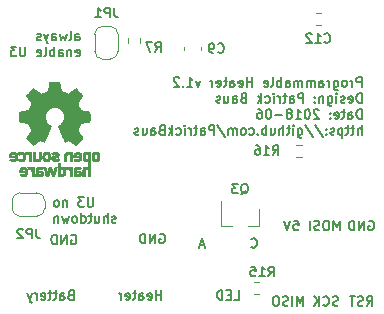
<source format=gbr>
G04 #@! TF.GenerationSoftware,KiCad,Pcbnew,(5.0.0-rc2-72-ge4a6f2e52)*
G04 #@! TF.CreationDate,2018-06-10T02:57:01+02:00*
G04 #@! TF.ProjectId,main,6D61696E2E6B696361645F7063620000,rev?*
G04 #@! TF.SameCoordinates,Original*
G04 #@! TF.FileFunction,Legend,Bot*
G04 #@! TF.FilePolarity,Positive*
%FSLAX46Y46*%
G04 Gerber Fmt 4.6, Leading zero omitted, Abs format (unit mm)*
G04 Created by KiCad (PCBNEW (5.0.0-rc2-72-ge4a6f2e52)) date Sun Jun 10 02:57:01 2018*
%MOMM*%
%LPD*%
G01*
G04 APERTURE LIST*
%ADD10C,0.150000*%
%ADD11C,0.120000*%
%ADD12C,0.010000*%
G04 APERTURE END LIST*
D10*
X107190476Y-96133333D02*
X106809523Y-96133333D01*
X107266666Y-96361904D02*
X107000000Y-95561904D01*
X106733333Y-96361904D01*
X111152380Y-96285714D02*
X111190476Y-96323809D01*
X111304761Y-96361904D01*
X111380952Y-96361904D01*
X111495238Y-96323809D01*
X111571428Y-96247619D01*
X111609523Y-96171428D01*
X111647619Y-96019047D01*
X111647619Y-95904761D01*
X111609523Y-95752380D01*
X111571428Y-95676190D01*
X111495238Y-95600000D01*
X111380952Y-95561904D01*
X111304761Y-95561904D01*
X111190476Y-95600000D01*
X111152380Y-95638095D01*
X120938095Y-101261904D02*
X121204761Y-100880952D01*
X121395238Y-101261904D02*
X121395238Y-100461904D01*
X121090476Y-100461904D01*
X121014285Y-100500000D01*
X120976190Y-100538095D01*
X120938095Y-100614285D01*
X120938095Y-100728571D01*
X120976190Y-100804761D01*
X121014285Y-100842857D01*
X121090476Y-100880952D01*
X121395238Y-100880952D01*
X120633333Y-101223809D02*
X120519047Y-101261904D01*
X120328571Y-101261904D01*
X120252380Y-101223809D01*
X120214285Y-101185714D01*
X120176190Y-101109523D01*
X120176190Y-101033333D01*
X120214285Y-100957142D01*
X120252380Y-100919047D01*
X120328571Y-100880952D01*
X120480952Y-100842857D01*
X120557142Y-100804761D01*
X120595238Y-100766666D01*
X120633333Y-100690476D01*
X120633333Y-100614285D01*
X120595238Y-100538095D01*
X120557142Y-100500000D01*
X120480952Y-100461904D01*
X120290476Y-100461904D01*
X120176190Y-100500000D01*
X119947619Y-100461904D02*
X119490476Y-100461904D01*
X119719047Y-101261904D02*
X119719047Y-100461904D01*
X118528571Y-101223809D02*
X118414285Y-101261904D01*
X118223809Y-101261904D01*
X118147619Y-101223809D01*
X118109523Y-101185714D01*
X118071428Y-101109523D01*
X118071428Y-101033333D01*
X118109523Y-100957142D01*
X118147619Y-100919047D01*
X118223809Y-100880952D01*
X118376190Y-100842857D01*
X118452380Y-100804761D01*
X118490476Y-100766666D01*
X118528571Y-100690476D01*
X118528571Y-100614285D01*
X118490476Y-100538095D01*
X118452380Y-100500000D01*
X118376190Y-100461904D01*
X118185714Y-100461904D01*
X118071428Y-100500000D01*
X117271428Y-101185714D02*
X117309523Y-101223809D01*
X117423809Y-101261904D01*
X117500000Y-101261904D01*
X117614285Y-101223809D01*
X117690476Y-101147619D01*
X117728571Y-101071428D01*
X117766666Y-100919047D01*
X117766666Y-100804761D01*
X117728571Y-100652380D01*
X117690476Y-100576190D01*
X117614285Y-100500000D01*
X117500000Y-100461904D01*
X117423809Y-100461904D01*
X117309523Y-100500000D01*
X117271428Y-100538095D01*
X116928571Y-101261904D02*
X116928571Y-100461904D01*
X116471428Y-101261904D02*
X116814285Y-100804761D01*
X116471428Y-100461904D02*
X116928571Y-100919047D01*
X115557142Y-101261904D02*
X115557142Y-100461904D01*
X115290476Y-101033333D01*
X115023809Y-100461904D01*
X115023809Y-101261904D01*
X114642857Y-101261904D02*
X114642857Y-100461904D01*
X114300000Y-101223809D02*
X114185714Y-101261904D01*
X113995238Y-101261904D01*
X113919047Y-101223809D01*
X113880952Y-101185714D01*
X113842857Y-101109523D01*
X113842857Y-101033333D01*
X113880952Y-100957142D01*
X113919047Y-100919047D01*
X113995238Y-100880952D01*
X114147619Y-100842857D01*
X114223809Y-100804761D01*
X114261904Y-100766666D01*
X114300000Y-100690476D01*
X114300000Y-100614285D01*
X114261904Y-100538095D01*
X114223809Y-100500000D01*
X114147619Y-100461904D01*
X113957142Y-100461904D01*
X113842857Y-100500000D01*
X113347619Y-100461904D02*
X113195238Y-100461904D01*
X113119047Y-100500000D01*
X113042857Y-100576190D01*
X113004761Y-100728571D01*
X113004761Y-100995238D01*
X113042857Y-101147619D01*
X113119047Y-101223809D01*
X113195238Y-101261904D01*
X113347619Y-101261904D01*
X113423809Y-101223809D01*
X113500000Y-101147619D01*
X113538095Y-100995238D01*
X113538095Y-100728571D01*
X113500000Y-100576190D01*
X113423809Y-100500000D01*
X113347619Y-100461904D01*
X118657142Y-94861904D02*
X118657142Y-94061904D01*
X118390476Y-94633333D01*
X118123809Y-94061904D01*
X118123809Y-94861904D01*
X117590476Y-94061904D02*
X117438095Y-94061904D01*
X117361904Y-94100000D01*
X117285714Y-94176190D01*
X117247619Y-94328571D01*
X117247619Y-94595238D01*
X117285714Y-94747619D01*
X117361904Y-94823809D01*
X117438095Y-94861904D01*
X117590476Y-94861904D01*
X117666666Y-94823809D01*
X117742857Y-94747619D01*
X117780952Y-94595238D01*
X117780952Y-94328571D01*
X117742857Y-94176190D01*
X117666666Y-94100000D01*
X117590476Y-94061904D01*
X116942857Y-94823809D02*
X116828571Y-94861904D01*
X116638095Y-94861904D01*
X116561904Y-94823809D01*
X116523809Y-94785714D01*
X116485714Y-94709523D01*
X116485714Y-94633333D01*
X116523809Y-94557142D01*
X116561904Y-94519047D01*
X116638095Y-94480952D01*
X116790476Y-94442857D01*
X116866666Y-94404761D01*
X116904761Y-94366666D01*
X116942857Y-94290476D01*
X116942857Y-94214285D01*
X116904761Y-94138095D01*
X116866666Y-94100000D01*
X116790476Y-94061904D01*
X116600000Y-94061904D01*
X116485714Y-94100000D01*
X116142857Y-94861904D02*
X116142857Y-94061904D01*
X121109523Y-94100000D02*
X121185714Y-94061904D01*
X121300000Y-94061904D01*
X121414285Y-94100000D01*
X121490476Y-94176190D01*
X121528571Y-94252380D01*
X121566666Y-94404761D01*
X121566666Y-94519047D01*
X121528571Y-94671428D01*
X121490476Y-94747619D01*
X121414285Y-94823809D01*
X121300000Y-94861904D01*
X121223809Y-94861904D01*
X121109523Y-94823809D01*
X121071428Y-94785714D01*
X121071428Y-94519047D01*
X121223809Y-94519047D01*
X120728571Y-94861904D02*
X120728571Y-94061904D01*
X120271428Y-94861904D01*
X120271428Y-94061904D01*
X119890476Y-94861904D02*
X119890476Y-94061904D01*
X119700000Y-94061904D01*
X119585714Y-94100000D01*
X119509523Y-94176190D01*
X119471428Y-94252380D01*
X119433333Y-94404761D01*
X119433333Y-94519047D01*
X119471428Y-94671428D01*
X119509523Y-94747619D01*
X119585714Y-94823809D01*
X119700000Y-94861904D01*
X119890476Y-94861904D01*
X114752380Y-94061904D02*
X115133333Y-94061904D01*
X115171428Y-94442857D01*
X115133333Y-94404761D01*
X115057142Y-94366666D01*
X114866666Y-94366666D01*
X114790476Y-94404761D01*
X114752380Y-94442857D01*
X114714285Y-94519047D01*
X114714285Y-94709523D01*
X114752380Y-94785714D01*
X114790476Y-94823809D01*
X114866666Y-94861904D01*
X115057142Y-94861904D01*
X115133333Y-94823809D01*
X115171428Y-94785714D01*
X114485714Y-94061904D02*
X114219047Y-94861904D01*
X113952380Y-94061904D01*
X103409523Y-95200000D02*
X103485714Y-95161904D01*
X103600000Y-95161904D01*
X103714285Y-95200000D01*
X103790476Y-95276190D01*
X103828571Y-95352380D01*
X103866666Y-95504761D01*
X103866666Y-95619047D01*
X103828571Y-95771428D01*
X103790476Y-95847619D01*
X103714285Y-95923809D01*
X103600000Y-95961904D01*
X103523809Y-95961904D01*
X103409523Y-95923809D01*
X103371428Y-95885714D01*
X103371428Y-95619047D01*
X103523809Y-95619047D01*
X103028571Y-95961904D02*
X103028571Y-95161904D01*
X102571428Y-95961904D01*
X102571428Y-95161904D01*
X102190476Y-95961904D02*
X102190476Y-95161904D01*
X102000000Y-95161904D01*
X101885714Y-95200000D01*
X101809523Y-95276190D01*
X101771428Y-95352380D01*
X101733333Y-95504761D01*
X101733333Y-95619047D01*
X101771428Y-95771428D01*
X101809523Y-95847619D01*
X101885714Y-95923809D01*
X102000000Y-95961904D01*
X102190476Y-95961904D01*
X95909523Y-95300000D02*
X95985714Y-95261904D01*
X96100000Y-95261904D01*
X96214285Y-95300000D01*
X96290476Y-95376190D01*
X96328571Y-95452380D01*
X96366666Y-95604761D01*
X96366666Y-95719047D01*
X96328571Y-95871428D01*
X96290476Y-95947619D01*
X96214285Y-96023809D01*
X96100000Y-96061904D01*
X96023809Y-96061904D01*
X95909523Y-96023809D01*
X95871428Y-95985714D01*
X95871428Y-95719047D01*
X96023809Y-95719047D01*
X95528571Y-96061904D02*
X95528571Y-95261904D01*
X95071428Y-96061904D01*
X95071428Y-95261904D01*
X94690476Y-96061904D02*
X94690476Y-95261904D01*
X94500000Y-95261904D01*
X94385714Y-95300000D01*
X94309523Y-95376190D01*
X94271428Y-95452380D01*
X94233333Y-95604761D01*
X94233333Y-95719047D01*
X94271428Y-95871428D01*
X94309523Y-95947619D01*
X94385714Y-96023809D01*
X94500000Y-96061904D01*
X94690476Y-96061904D01*
X97764166Y-92086904D02*
X97764166Y-92734523D01*
X97726071Y-92810714D01*
X97687976Y-92848809D01*
X97611785Y-92886904D01*
X97459404Y-92886904D01*
X97383214Y-92848809D01*
X97345119Y-92810714D01*
X97307023Y-92734523D01*
X97307023Y-92086904D01*
X97002261Y-92086904D02*
X96507023Y-92086904D01*
X96773690Y-92391666D01*
X96659404Y-92391666D01*
X96583214Y-92429761D01*
X96545119Y-92467857D01*
X96507023Y-92544047D01*
X96507023Y-92734523D01*
X96545119Y-92810714D01*
X96583214Y-92848809D01*
X96659404Y-92886904D01*
X96887976Y-92886904D01*
X96964166Y-92848809D01*
X97002261Y-92810714D01*
X95554642Y-92353571D02*
X95554642Y-92886904D01*
X95554642Y-92429761D02*
X95516547Y-92391666D01*
X95440357Y-92353571D01*
X95326071Y-92353571D01*
X95249880Y-92391666D01*
X95211785Y-92467857D01*
X95211785Y-92886904D01*
X94716547Y-92886904D02*
X94792738Y-92848809D01*
X94830833Y-92810714D01*
X94868928Y-92734523D01*
X94868928Y-92505952D01*
X94830833Y-92429761D01*
X94792738Y-92391666D01*
X94716547Y-92353571D01*
X94602261Y-92353571D01*
X94526071Y-92391666D01*
X94487976Y-92429761D01*
X94449880Y-92505952D01*
X94449880Y-92734523D01*
X94487976Y-92810714D01*
X94526071Y-92848809D01*
X94602261Y-92886904D01*
X94716547Y-92886904D01*
X99707023Y-94198809D02*
X99630833Y-94236904D01*
X99478452Y-94236904D01*
X99402261Y-94198809D01*
X99364166Y-94122619D01*
X99364166Y-94084523D01*
X99402261Y-94008333D01*
X99478452Y-93970238D01*
X99592738Y-93970238D01*
X99668928Y-93932142D01*
X99707023Y-93855952D01*
X99707023Y-93817857D01*
X99668928Y-93741666D01*
X99592738Y-93703571D01*
X99478452Y-93703571D01*
X99402261Y-93741666D01*
X99021309Y-94236904D02*
X99021309Y-93436904D01*
X98678452Y-94236904D02*
X98678452Y-93817857D01*
X98716547Y-93741666D01*
X98792738Y-93703571D01*
X98907023Y-93703571D01*
X98983214Y-93741666D01*
X99021309Y-93779761D01*
X97954642Y-93703571D02*
X97954642Y-94236904D01*
X98297500Y-93703571D02*
X98297500Y-94122619D01*
X98259404Y-94198809D01*
X98183214Y-94236904D01*
X98068928Y-94236904D01*
X97992738Y-94198809D01*
X97954642Y-94160714D01*
X97687976Y-93703571D02*
X97383214Y-93703571D01*
X97573690Y-93436904D02*
X97573690Y-94122619D01*
X97535595Y-94198809D01*
X97459404Y-94236904D01*
X97383214Y-94236904D01*
X96773690Y-94236904D02*
X96773690Y-93436904D01*
X96773690Y-94198809D02*
X96849880Y-94236904D01*
X97002261Y-94236904D01*
X97078452Y-94198809D01*
X97116547Y-94160714D01*
X97154642Y-94084523D01*
X97154642Y-93855952D01*
X97116547Y-93779761D01*
X97078452Y-93741666D01*
X97002261Y-93703571D01*
X96849880Y-93703571D01*
X96773690Y-93741666D01*
X96278452Y-94236904D02*
X96354642Y-94198809D01*
X96392738Y-94160714D01*
X96430833Y-94084523D01*
X96430833Y-93855952D01*
X96392738Y-93779761D01*
X96354642Y-93741666D01*
X96278452Y-93703571D01*
X96164166Y-93703571D01*
X96087976Y-93741666D01*
X96049880Y-93779761D01*
X96011785Y-93855952D01*
X96011785Y-94084523D01*
X96049880Y-94160714D01*
X96087976Y-94198809D01*
X96164166Y-94236904D01*
X96278452Y-94236904D01*
X95745119Y-93703571D02*
X95592738Y-94236904D01*
X95440357Y-93855952D01*
X95287976Y-94236904D01*
X95135595Y-93703571D01*
X94830833Y-93703571D02*
X94830833Y-94236904D01*
X94830833Y-93779761D02*
X94792738Y-93741666D01*
X94716547Y-93703571D01*
X94602261Y-93703571D01*
X94526071Y-93741666D01*
X94487976Y-93817857D01*
X94487976Y-94236904D01*
X96269166Y-78786904D02*
X96269166Y-78367857D01*
X96307261Y-78291666D01*
X96383452Y-78253571D01*
X96535833Y-78253571D01*
X96612023Y-78291666D01*
X96269166Y-78748809D02*
X96345357Y-78786904D01*
X96535833Y-78786904D01*
X96612023Y-78748809D01*
X96650119Y-78672619D01*
X96650119Y-78596428D01*
X96612023Y-78520238D01*
X96535833Y-78482142D01*
X96345357Y-78482142D01*
X96269166Y-78444047D01*
X95773928Y-78786904D02*
X95850119Y-78748809D01*
X95888214Y-78672619D01*
X95888214Y-77986904D01*
X95545357Y-78253571D02*
X95392976Y-78786904D01*
X95240595Y-78405952D01*
X95088214Y-78786904D01*
X94935833Y-78253571D01*
X94288214Y-78786904D02*
X94288214Y-78367857D01*
X94326309Y-78291666D01*
X94402500Y-78253571D01*
X94554880Y-78253571D01*
X94631071Y-78291666D01*
X94288214Y-78748809D02*
X94364404Y-78786904D01*
X94554880Y-78786904D01*
X94631071Y-78748809D01*
X94669166Y-78672619D01*
X94669166Y-78596428D01*
X94631071Y-78520238D01*
X94554880Y-78482142D01*
X94364404Y-78482142D01*
X94288214Y-78444047D01*
X93983452Y-78253571D02*
X93792976Y-78786904D01*
X93602500Y-78253571D02*
X93792976Y-78786904D01*
X93869166Y-78977380D01*
X93907261Y-79015476D01*
X93983452Y-79053571D01*
X93335833Y-78748809D02*
X93259642Y-78786904D01*
X93107261Y-78786904D01*
X93031071Y-78748809D01*
X92992976Y-78672619D01*
X92992976Y-78634523D01*
X93031071Y-78558333D01*
X93107261Y-78520238D01*
X93221547Y-78520238D01*
X93297738Y-78482142D01*
X93335833Y-78405952D01*
X93335833Y-78367857D01*
X93297738Y-78291666D01*
X93221547Y-78253571D01*
X93107261Y-78253571D01*
X93031071Y-78291666D01*
X96307261Y-80098809D02*
X96383452Y-80136904D01*
X96535833Y-80136904D01*
X96612023Y-80098809D01*
X96650119Y-80022619D01*
X96650119Y-79717857D01*
X96612023Y-79641666D01*
X96535833Y-79603571D01*
X96383452Y-79603571D01*
X96307261Y-79641666D01*
X96269166Y-79717857D01*
X96269166Y-79794047D01*
X96650119Y-79870238D01*
X95926309Y-79603571D02*
X95926309Y-80136904D01*
X95926309Y-79679761D02*
X95888214Y-79641666D01*
X95812023Y-79603571D01*
X95697738Y-79603571D01*
X95621547Y-79641666D01*
X95583452Y-79717857D01*
X95583452Y-80136904D01*
X94859642Y-80136904D02*
X94859642Y-79717857D01*
X94897738Y-79641666D01*
X94973928Y-79603571D01*
X95126309Y-79603571D01*
X95202500Y-79641666D01*
X94859642Y-80098809D02*
X94935833Y-80136904D01*
X95126309Y-80136904D01*
X95202500Y-80098809D01*
X95240595Y-80022619D01*
X95240595Y-79946428D01*
X95202500Y-79870238D01*
X95126309Y-79832142D01*
X94935833Y-79832142D01*
X94859642Y-79794047D01*
X94478690Y-80136904D02*
X94478690Y-79336904D01*
X94478690Y-79641666D02*
X94402500Y-79603571D01*
X94250119Y-79603571D01*
X94173928Y-79641666D01*
X94135833Y-79679761D01*
X94097738Y-79755952D01*
X94097738Y-79984523D01*
X94135833Y-80060714D01*
X94173928Y-80098809D01*
X94250119Y-80136904D01*
X94402500Y-80136904D01*
X94478690Y-80098809D01*
X93640595Y-80136904D02*
X93716785Y-80098809D01*
X93754880Y-80022619D01*
X93754880Y-79336904D01*
X93031071Y-80098809D02*
X93107261Y-80136904D01*
X93259642Y-80136904D01*
X93335833Y-80098809D01*
X93373928Y-80022619D01*
X93373928Y-79717857D01*
X93335833Y-79641666D01*
X93259642Y-79603571D01*
X93107261Y-79603571D01*
X93031071Y-79641666D01*
X92992976Y-79717857D01*
X92992976Y-79794047D01*
X93373928Y-79870238D01*
X92040595Y-79336904D02*
X92040595Y-79984523D01*
X92002500Y-80060714D01*
X91964404Y-80098809D01*
X91888214Y-80136904D01*
X91735833Y-80136904D01*
X91659642Y-80098809D01*
X91621547Y-80060714D01*
X91583452Y-79984523D01*
X91583452Y-79336904D01*
X91278690Y-79336904D02*
X90783452Y-79336904D01*
X91050119Y-79641666D01*
X90935833Y-79641666D01*
X90859642Y-79679761D01*
X90821547Y-79717857D01*
X90783452Y-79794047D01*
X90783452Y-79984523D01*
X90821547Y-80060714D01*
X90859642Y-80098809D01*
X90935833Y-80136904D01*
X91164404Y-80136904D01*
X91240595Y-80098809D01*
X91278690Y-80060714D01*
X109714285Y-100761904D02*
X110095238Y-100761904D01*
X110095238Y-99961904D01*
X109447619Y-100342857D02*
X109180952Y-100342857D01*
X109066666Y-100761904D02*
X109447619Y-100761904D01*
X109447619Y-99961904D01*
X109066666Y-99961904D01*
X108723809Y-100761904D02*
X108723809Y-99961904D01*
X108533333Y-99961904D01*
X108419047Y-100000000D01*
X108342857Y-100076190D01*
X108304761Y-100152380D01*
X108266666Y-100304761D01*
X108266666Y-100419047D01*
X108304761Y-100571428D01*
X108342857Y-100647619D01*
X108419047Y-100723809D01*
X108533333Y-100761904D01*
X108723809Y-100761904D01*
X103552380Y-100761904D02*
X103552380Y-99961904D01*
X103552380Y-100342857D02*
X103095238Y-100342857D01*
X103095238Y-100761904D02*
X103095238Y-99961904D01*
X102409523Y-100723809D02*
X102485714Y-100761904D01*
X102638095Y-100761904D01*
X102714285Y-100723809D01*
X102752380Y-100647619D01*
X102752380Y-100342857D01*
X102714285Y-100266666D01*
X102638095Y-100228571D01*
X102485714Y-100228571D01*
X102409523Y-100266666D01*
X102371428Y-100342857D01*
X102371428Y-100419047D01*
X102752380Y-100495238D01*
X101685714Y-100761904D02*
X101685714Y-100342857D01*
X101723809Y-100266666D01*
X101800000Y-100228571D01*
X101952380Y-100228571D01*
X102028571Y-100266666D01*
X101685714Y-100723809D02*
X101761904Y-100761904D01*
X101952380Y-100761904D01*
X102028571Y-100723809D01*
X102066666Y-100647619D01*
X102066666Y-100571428D01*
X102028571Y-100495238D01*
X101952380Y-100457142D01*
X101761904Y-100457142D01*
X101685714Y-100419047D01*
X101419047Y-100228571D02*
X101114285Y-100228571D01*
X101304761Y-99961904D02*
X101304761Y-100647619D01*
X101266666Y-100723809D01*
X101190476Y-100761904D01*
X101114285Y-100761904D01*
X100542857Y-100723809D02*
X100619047Y-100761904D01*
X100771428Y-100761904D01*
X100847619Y-100723809D01*
X100885714Y-100647619D01*
X100885714Y-100342857D01*
X100847619Y-100266666D01*
X100771428Y-100228571D01*
X100619047Y-100228571D01*
X100542857Y-100266666D01*
X100504761Y-100342857D01*
X100504761Y-100419047D01*
X100885714Y-100495238D01*
X100161904Y-100761904D02*
X100161904Y-100228571D01*
X100161904Y-100380952D02*
X100123809Y-100304761D01*
X100085714Y-100266666D01*
X100009523Y-100228571D01*
X99933333Y-100228571D01*
X95857142Y-100342857D02*
X95742857Y-100380952D01*
X95704761Y-100419047D01*
X95666666Y-100495238D01*
X95666666Y-100609523D01*
X95704761Y-100685714D01*
X95742857Y-100723809D01*
X95819047Y-100761904D01*
X96123809Y-100761904D01*
X96123809Y-99961904D01*
X95857142Y-99961904D01*
X95780952Y-100000000D01*
X95742857Y-100038095D01*
X95704761Y-100114285D01*
X95704761Y-100190476D01*
X95742857Y-100266666D01*
X95780952Y-100304761D01*
X95857142Y-100342857D01*
X96123809Y-100342857D01*
X94980952Y-100761904D02*
X94980952Y-100342857D01*
X95019047Y-100266666D01*
X95095238Y-100228571D01*
X95247619Y-100228571D01*
X95323809Y-100266666D01*
X94980952Y-100723809D02*
X95057142Y-100761904D01*
X95247619Y-100761904D01*
X95323809Y-100723809D01*
X95361904Y-100647619D01*
X95361904Y-100571428D01*
X95323809Y-100495238D01*
X95247619Y-100457142D01*
X95057142Y-100457142D01*
X94980952Y-100419047D01*
X94714285Y-100228571D02*
X94409523Y-100228571D01*
X94600000Y-99961904D02*
X94600000Y-100647619D01*
X94561904Y-100723809D01*
X94485714Y-100761904D01*
X94409523Y-100761904D01*
X94257142Y-100228571D02*
X93952380Y-100228571D01*
X94142857Y-99961904D02*
X94142857Y-100647619D01*
X94104761Y-100723809D01*
X94028571Y-100761904D01*
X93952380Y-100761904D01*
X93380952Y-100723809D02*
X93457142Y-100761904D01*
X93609523Y-100761904D01*
X93685714Y-100723809D01*
X93723809Y-100647619D01*
X93723809Y-100342857D01*
X93685714Y-100266666D01*
X93609523Y-100228571D01*
X93457142Y-100228571D01*
X93380952Y-100266666D01*
X93342857Y-100342857D01*
X93342857Y-100419047D01*
X93723809Y-100495238D01*
X93000000Y-100761904D02*
X93000000Y-100228571D01*
X93000000Y-100380952D02*
X92961904Y-100304761D01*
X92923809Y-100266666D01*
X92847619Y-100228571D01*
X92771428Y-100228571D01*
X92580952Y-100228571D02*
X92390476Y-100761904D01*
X92200000Y-100228571D02*
X92390476Y-100761904D01*
X92466666Y-100952380D01*
X92504761Y-100990476D01*
X92580952Y-101028571D01*
X120512023Y-82736904D02*
X120512023Y-81936904D01*
X120207261Y-81936904D01*
X120131071Y-81975000D01*
X120092976Y-82013095D01*
X120054880Y-82089285D01*
X120054880Y-82203571D01*
X120092976Y-82279761D01*
X120131071Y-82317857D01*
X120207261Y-82355952D01*
X120512023Y-82355952D01*
X119712023Y-82736904D02*
X119712023Y-82203571D01*
X119712023Y-82355952D02*
X119673928Y-82279761D01*
X119635833Y-82241666D01*
X119559642Y-82203571D01*
X119483452Y-82203571D01*
X119102500Y-82736904D02*
X119178690Y-82698809D01*
X119216785Y-82660714D01*
X119254880Y-82584523D01*
X119254880Y-82355952D01*
X119216785Y-82279761D01*
X119178690Y-82241666D01*
X119102500Y-82203571D01*
X118988214Y-82203571D01*
X118912023Y-82241666D01*
X118873928Y-82279761D01*
X118835833Y-82355952D01*
X118835833Y-82584523D01*
X118873928Y-82660714D01*
X118912023Y-82698809D01*
X118988214Y-82736904D01*
X119102500Y-82736904D01*
X118150119Y-82203571D02*
X118150119Y-82851190D01*
X118188214Y-82927380D01*
X118226309Y-82965476D01*
X118302500Y-83003571D01*
X118416785Y-83003571D01*
X118492976Y-82965476D01*
X118150119Y-82698809D02*
X118226309Y-82736904D01*
X118378690Y-82736904D01*
X118454880Y-82698809D01*
X118492976Y-82660714D01*
X118531071Y-82584523D01*
X118531071Y-82355952D01*
X118492976Y-82279761D01*
X118454880Y-82241666D01*
X118378690Y-82203571D01*
X118226309Y-82203571D01*
X118150119Y-82241666D01*
X117769166Y-82736904D02*
X117769166Y-82203571D01*
X117769166Y-82355952D02*
X117731071Y-82279761D01*
X117692976Y-82241666D01*
X117616785Y-82203571D01*
X117540595Y-82203571D01*
X116931071Y-82736904D02*
X116931071Y-82317857D01*
X116969166Y-82241666D01*
X117045357Y-82203571D01*
X117197738Y-82203571D01*
X117273928Y-82241666D01*
X116931071Y-82698809D02*
X117007261Y-82736904D01*
X117197738Y-82736904D01*
X117273928Y-82698809D01*
X117312023Y-82622619D01*
X117312023Y-82546428D01*
X117273928Y-82470238D01*
X117197738Y-82432142D01*
X117007261Y-82432142D01*
X116931071Y-82394047D01*
X116550119Y-82736904D02*
X116550119Y-82203571D01*
X116550119Y-82279761D02*
X116512023Y-82241666D01*
X116435833Y-82203571D01*
X116321547Y-82203571D01*
X116245357Y-82241666D01*
X116207261Y-82317857D01*
X116207261Y-82736904D01*
X116207261Y-82317857D02*
X116169166Y-82241666D01*
X116092976Y-82203571D01*
X115978690Y-82203571D01*
X115902500Y-82241666D01*
X115864404Y-82317857D01*
X115864404Y-82736904D01*
X115483452Y-82736904D02*
X115483452Y-82203571D01*
X115483452Y-82279761D02*
X115445357Y-82241666D01*
X115369166Y-82203571D01*
X115254880Y-82203571D01*
X115178690Y-82241666D01*
X115140595Y-82317857D01*
X115140595Y-82736904D01*
X115140595Y-82317857D02*
X115102500Y-82241666D01*
X115026309Y-82203571D01*
X114912023Y-82203571D01*
X114835833Y-82241666D01*
X114797738Y-82317857D01*
X114797738Y-82736904D01*
X114073928Y-82736904D02*
X114073928Y-82317857D01*
X114112023Y-82241666D01*
X114188214Y-82203571D01*
X114340595Y-82203571D01*
X114416785Y-82241666D01*
X114073928Y-82698809D02*
X114150119Y-82736904D01*
X114340595Y-82736904D01*
X114416785Y-82698809D01*
X114454880Y-82622619D01*
X114454880Y-82546428D01*
X114416785Y-82470238D01*
X114340595Y-82432142D01*
X114150119Y-82432142D01*
X114073928Y-82394047D01*
X113692976Y-82736904D02*
X113692976Y-81936904D01*
X113692976Y-82241666D02*
X113616785Y-82203571D01*
X113464404Y-82203571D01*
X113388214Y-82241666D01*
X113350119Y-82279761D01*
X113312023Y-82355952D01*
X113312023Y-82584523D01*
X113350119Y-82660714D01*
X113388214Y-82698809D01*
X113464404Y-82736904D01*
X113616785Y-82736904D01*
X113692976Y-82698809D01*
X112854880Y-82736904D02*
X112931071Y-82698809D01*
X112969166Y-82622619D01*
X112969166Y-81936904D01*
X112245357Y-82698809D02*
X112321547Y-82736904D01*
X112473928Y-82736904D01*
X112550119Y-82698809D01*
X112588214Y-82622619D01*
X112588214Y-82317857D01*
X112550119Y-82241666D01*
X112473928Y-82203571D01*
X112321547Y-82203571D01*
X112245357Y-82241666D01*
X112207261Y-82317857D01*
X112207261Y-82394047D01*
X112588214Y-82470238D01*
X111254880Y-82736904D02*
X111254880Y-81936904D01*
X111254880Y-82317857D02*
X110797738Y-82317857D01*
X110797738Y-82736904D02*
X110797738Y-81936904D01*
X110112023Y-82698809D02*
X110188214Y-82736904D01*
X110340595Y-82736904D01*
X110416785Y-82698809D01*
X110454880Y-82622619D01*
X110454880Y-82317857D01*
X110416785Y-82241666D01*
X110340595Y-82203571D01*
X110188214Y-82203571D01*
X110112023Y-82241666D01*
X110073928Y-82317857D01*
X110073928Y-82394047D01*
X110454880Y-82470238D01*
X109388214Y-82736904D02*
X109388214Y-82317857D01*
X109426309Y-82241666D01*
X109502500Y-82203571D01*
X109654880Y-82203571D01*
X109731071Y-82241666D01*
X109388214Y-82698809D02*
X109464404Y-82736904D01*
X109654880Y-82736904D01*
X109731071Y-82698809D01*
X109769166Y-82622619D01*
X109769166Y-82546428D01*
X109731071Y-82470238D01*
X109654880Y-82432142D01*
X109464404Y-82432142D01*
X109388214Y-82394047D01*
X109121547Y-82203571D02*
X108816785Y-82203571D01*
X109007261Y-81936904D02*
X109007261Y-82622619D01*
X108969166Y-82698809D01*
X108892976Y-82736904D01*
X108816785Y-82736904D01*
X108245357Y-82698809D02*
X108321547Y-82736904D01*
X108473928Y-82736904D01*
X108550119Y-82698809D01*
X108588214Y-82622619D01*
X108588214Y-82317857D01*
X108550119Y-82241666D01*
X108473928Y-82203571D01*
X108321547Y-82203571D01*
X108245357Y-82241666D01*
X108207261Y-82317857D01*
X108207261Y-82394047D01*
X108588214Y-82470238D01*
X107864404Y-82736904D02*
X107864404Y-82203571D01*
X107864404Y-82355952D02*
X107826309Y-82279761D01*
X107788214Y-82241666D01*
X107712023Y-82203571D01*
X107635833Y-82203571D01*
X106835833Y-82203571D02*
X106645357Y-82736904D01*
X106454880Y-82203571D01*
X105731071Y-82736904D02*
X106188214Y-82736904D01*
X105959642Y-82736904D02*
X105959642Y-81936904D01*
X106035833Y-82051190D01*
X106112023Y-82127380D01*
X106188214Y-82165476D01*
X105388214Y-82660714D02*
X105350119Y-82698809D01*
X105388214Y-82736904D01*
X105426309Y-82698809D01*
X105388214Y-82660714D01*
X105388214Y-82736904D01*
X105045357Y-82013095D02*
X105007261Y-81975000D01*
X104931071Y-81936904D01*
X104740595Y-81936904D01*
X104664404Y-81975000D01*
X104626309Y-82013095D01*
X104588214Y-82089285D01*
X104588214Y-82165476D01*
X104626309Y-82279761D01*
X105083452Y-82736904D01*
X104588214Y-82736904D01*
X120512023Y-84086904D02*
X120512023Y-83286904D01*
X120321547Y-83286904D01*
X120207261Y-83325000D01*
X120131071Y-83401190D01*
X120092976Y-83477380D01*
X120054880Y-83629761D01*
X120054880Y-83744047D01*
X120092976Y-83896428D01*
X120131071Y-83972619D01*
X120207261Y-84048809D01*
X120321547Y-84086904D01*
X120512023Y-84086904D01*
X119407261Y-84048809D02*
X119483452Y-84086904D01*
X119635833Y-84086904D01*
X119712023Y-84048809D01*
X119750119Y-83972619D01*
X119750119Y-83667857D01*
X119712023Y-83591666D01*
X119635833Y-83553571D01*
X119483452Y-83553571D01*
X119407261Y-83591666D01*
X119369166Y-83667857D01*
X119369166Y-83744047D01*
X119750119Y-83820238D01*
X119064404Y-84048809D02*
X118988214Y-84086904D01*
X118835833Y-84086904D01*
X118759642Y-84048809D01*
X118721547Y-83972619D01*
X118721547Y-83934523D01*
X118759642Y-83858333D01*
X118835833Y-83820238D01*
X118950119Y-83820238D01*
X119026309Y-83782142D01*
X119064404Y-83705952D01*
X119064404Y-83667857D01*
X119026309Y-83591666D01*
X118950119Y-83553571D01*
X118835833Y-83553571D01*
X118759642Y-83591666D01*
X118378690Y-84086904D02*
X118378690Y-83553571D01*
X118378690Y-83286904D02*
X118416785Y-83325000D01*
X118378690Y-83363095D01*
X118340595Y-83325000D01*
X118378690Y-83286904D01*
X118378690Y-83363095D01*
X117654880Y-83553571D02*
X117654880Y-84201190D01*
X117692976Y-84277380D01*
X117731071Y-84315476D01*
X117807261Y-84353571D01*
X117921547Y-84353571D01*
X117997738Y-84315476D01*
X117654880Y-84048809D02*
X117731071Y-84086904D01*
X117883452Y-84086904D01*
X117959642Y-84048809D01*
X117997738Y-84010714D01*
X118035833Y-83934523D01*
X118035833Y-83705952D01*
X117997738Y-83629761D01*
X117959642Y-83591666D01*
X117883452Y-83553571D01*
X117731071Y-83553571D01*
X117654880Y-83591666D01*
X117273928Y-83553571D02*
X117273928Y-84086904D01*
X117273928Y-83629761D02*
X117235833Y-83591666D01*
X117159642Y-83553571D01*
X117045357Y-83553571D01*
X116969166Y-83591666D01*
X116931071Y-83667857D01*
X116931071Y-84086904D01*
X116550119Y-84010714D02*
X116512023Y-84048809D01*
X116550119Y-84086904D01*
X116588214Y-84048809D01*
X116550119Y-84010714D01*
X116550119Y-84086904D01*
X116550119Y-83591666D02*
X116512023Y-83629761D01*
X116550119Y-83667857D01*
X116588214Y-83629761D01*
X116550119Y-83591666D01*
X116550119Y-83667857D01*
X115559642Y-84086904D02*
X115559642Y-83286904D01*
X115254880Y-83286904D01*
X115178690Y-83325000D01*
X115140595Y-83363095D01*
X115102500Y-83439285D01*
X115102500Y-83553571D01*
X115140595Y-83629761D01*
X115178690Y-83667857D01*
X115254880Y-83705952D01*
X115559642Y-83705952D01*
X114416785Y-84086904D02*
X114416785Y-83667857D01*
X114454880Y-83591666D01*
X114531071Y-83553571D01*
X114683452Y-83553571D01*
X114759642Y-83591666D01*
X114416785Y-84048809D02*
X114492976Y-84086904D01*
X114683452Y-84086904D01*
X114759642Y-84048809D01*
X114797738Y-83972619D01*
X114797738Y-83896428D01*
X114759642Y-83820238D01*
X114683452Y-83782142D01*
X114492976Y-83782142D01*
X114416785Y-83744047D01*
X114150119Y-83553571D02*
X113845357Y-83553571D01*
X114035833Y-83286904D02*
X114035833Y-83972619D01*
X113997738Y-84048809D01*
X113921547Y-84086904D01*
X113845357Y-84086904D01*
X113578690Y-84086904D02*
X113578690Y-83553571D01*
X113578690Y-83705952D02*
X113540595Y-83629761D01*
X113502500Y-83591666D01*
X113426309Y-83553571D01*
X113350119Y-83553571D01*
X113083452Y-84086904D02*
X113083452Y-83553571D01*
X113083452Y-83286904D02*
X113121547Y-83325000D01*
X113083452Y-83363095D01*
X113045357Y-83325000D01*
X113083452Y-83286904D01*
X113083452Y-83363095D01*
X112359642Y-84048809D02*
X112435833Y-84086904D01*
X112588214Y-84086904D01*
X112664404Y-84048809D01*
X112702500Y-84010714D01*
X112740595Y-83934523D01*
X112740595Y-83705952D01*
X112702500Y-83629761D01*
X112664404Y-83591666D01*
X112588214Y-83553571D01*
X112435833Y-83553571D01*
X112359642Y-83591666D01*
X112016785Y-84086904D02*
X112016785Y-83286904D01*
X111940595Y-83782142D02*
X111712023Y-84086904D01*
X111712023Y-83553571D02*
X112016785Y-83858333D01*
X110492976Y-83667857D02*
X110378690Y-83705952D01*
X110340595Y-83744047D01*
X110302500Y-83820238D01*
X110302500Y-83934523D01*
X110340595Y-84010714D01*
X110378690Y-84048809D01*
X110454880Y-84086904D01*
X110759642Y-84086904D01*
X110759642Y-83286904D01*
X110492976Y-83286904D01*
X110416785Y-83325000D01*
X110378690Y-83363095D01*
X110340595Y-83439285D01*
X110340595Y-83515476D01*
X110378690Y-83591666D01*
X110416785Y-83629761D01*
X110492976Y-83667857D01*
X110759642Y-83667857D01*
X109616785Y-84086904D02*
X109616785Y-83667857D01*
X109654880Y-83591666D01*
X109731071Y-83553571D01*
X109883452Y-83553571D01*
X109959642Y-83591666D01*
X109616785Y-84048809D02*
X109692976Y-84086904D01*
X109883452Y-84086904D01*
X109959642Y-84048809D01*
X109997738Y-83972619D01*
X109997738Y-83896428D01*
X109959642Y-83820238D01*
X109883452Y-83782142D01*
X109692976Y-83782142D01*
X109616785Y-83744047D01*
X108892976Y-83553571D02*
X108892976Y-84086904D01*
X109235833Y-83553571D02*
X109235833Y-83972619D01*
X109197738Y-84048809D01*
X109121547Y-84086904D01*
X109007261Y-84086904D01*
X108931071Y-84048809D01*
X108892976Y-84010714D01*
X108550119Y-84048809D02*
X108473928Y-84086904D01*
X108321547Y-84086904D01*
X108245357Y-84048809D01*
X108207261Y-83972619D01*
X108207261Y-83934523D01*
X108245357Y-83858333D01*
X108321547Y-83820238D01*
X108435833Y-83820238D01*
X108512023Y-83782142D01*
X108550119Y-83705952D01*
X108550119Y-83667857D01*
X108512023Y-83591666D01*
X108435833Y-83553571D01*
X108321547Y-83553571D01*
X108245357Y-83591666D01*
X120512023Y-85436904D02*
X120512023Y-84636904D01*
X120321547Y-84636904D01*
X120207261Y-84675000D01*
X120131071Y-84751190D01*
X120092976Y-84827380D01*
X120054880Y-84979761D01*
X120054880Y-85094047D01*
X120092976Y-85246428D01*
X120131071Y-85322619D01*
X120207261Y-85398809D01*
X120321547Y-85436904D01*
X120512023Y-85436904D01*
X119369166Y-85436904D02*
X119369166Y-85017857D01*
X119407261Y-84941666D01*
X119483452Y-84903571D01*
X119635833Y-84903571D01*
X119712023Y-84941666D01*
X119369166Y-85398809D02*
X119445357Y-85436904D01*
X119635833Y-85436904D01*
X119712023Y-85398809D01*
X119750119Y-85322619D01*
X119750119Y-85246428D01*
X119712023Y-85170238D01*
X119635833Y-85132142D01*
X119445357Y-85132142D01*
X119369166Y-85094047D01*
X119102500Y-84903571D02*
X118797738Y-84903571D01*
X118988214Y-84636904D02*
X118988214Y-85322619D01*
X118950119Y-85398809D01*
X118873928Y-85436904D01*
X118797738Y-85436904D01*
X118226309Y-85398809D02*
X118302500Y-85436904D01*
X118454880Y-85436904D01*
X118531071Y-85398809D01*
X118569166Y-85322619D01*
X118569166Y-85017857D01*
X118531071Y-84941666D01*
X118454880Y-84903571D01*
X118302500Y-84903571D01*
X118226309Y-84941666D01*
X118188214Y-85017857D01*
X118188214Y-85094047D01*
X118569166Y-85170238D01*
X117845357Y-85360714D02*
X117807261Y-85398809D01*
X117845357Y-85436904D01*
X117883452Y-85398809D01*
X117845357Y-85360714D01*
X117845357Y-85436904D01*
X117845357Y-84941666D02*
X117807261Y-84979761D01*
X117845357Y-85017857D01*
X117883452Y-84979761D01*
X117845357Y-84941666D01*
X117845357Y-85017857D01*
X116892976Y-84713095D02*
X116854880Y-84675000D01*
X116778690Y-84636904D01*
X116588214Y-84636904D01*
X116512023Y-84675000D01*
X116473928Y-84713095D01*
X116435833Y-84789285D01*
X116435833Y-84865476D01*
X116473928Y-84979761D01*
X116931071Y-85436904D01*
X116435833Y-85436904D01*
X115940595Y-84636904D02*
X115864404Y-84636904D01*
X115788214Y-84675000D01*
X115750119Y-84713095D01*
X115712023Y-84789285D01*
X115673928Y-84941666D01*
X115673928Y-85132142D01*
X115712023Y-85284523D01*
X115750119Y-85360714D01*
X115788214Y-85398809D01*
X115864404Y-85436904D01*
X115940595Y-85436904D01*
X116016785Y-85398809D01*
X116054880Y-85360714D01*
X116092976Y-85284523D01*
X116131071Y-85132142D01*
X116131071Y-84941666D01*
X116092976Y-84789285D01*
X116054880Y-84713095D01*
X116016785Y-84675000D01*
X115940595Y-84636904D01*
X114912023Y-85436904D02*
X115369166Y-85436904D01*
X115140595Y-85436904D02*
X115140595Y-84636904D01*
X115216785Y-84751190D01*
X115292976Y-84827380D01*
X115369166Y-84865476D01*
X114454880Y-84979761D02*
X114531071Y-84941666D01*
X114569166Y-84903571D01*
X114607261Y-84827380D01*
X114607261Y-84789285D01*
X114569166Y-84713095D01*
X114531071Y-84675000D01*
X114454880Y-84636904D01*
X114302500Y-84636904D01*
X114226309Y-84675000D01*
X114188214Y-84713095D01*
X114150119Y-84789285D01*
X114150119Y-84827380D01*
X114188214Y-84903571D01*
X114226309Y-84941666D01*
X114302500Y-84979761D01*
X114454880Y-84979761D01*
X114531071Y-85017857D01*
X114569166Y-85055952D01*
X114607261Y-85132142D01*
X114607261Y-85284523D01*
X114569166Y-85360714D01*
X114531071Y-85398809D01*
X114454880Y-85436904D01*
X114302500Y-85436904D01*
X114226309Y-85398809D01*
X114188214Y-85360714D01*
X114150119Y-85284523D01*
X114150119Y-85132142D01*
X114188214Y-85055952D01*
X114226309Y-85017857D01*
X114302500Y-84979761D01*
X113807261Y-85132142D02*
X113197738Y-85132142D01*
X112664404Y-84636904D02*
X112588214Y-84636904D01*
X112512023Y-84675000D01*
X112473928Y-84713095D01*
X112435833Y-84789285D01*
X112397738Y-84941666D01*
X112397738Y-85132142D01*
X112435833Y-85284523D01*
X112473928Y-85360714D01*
X112512023Y-85398809D01*
X112588214Y-85436904D01*
X112664404Y-85436904D01*
X112740595Y-85398809D01*
X112778690Y-85360714D01*
X112816785Y-85284523D01*
X112854880Y-85132142D01*
X112854880Y-84941666D01*
X112816785Y-84789285D01*
X112778690Y-84713095D01*
X112740595Y-84675000D01*
X112664404Y-84636904D01*
X111712023Y-84636904D02*
X111864404Y-84636904D01*
X111940595Y-84675000D01*
X111978690Y-84713095D01*
X112054880Y-84827380D01*
X112092976Y-84979761D01*
X112092976Y-85284523D01*
X112054880Y-85360714D01*
X112016785Y-85398809D01*
X111940595Y-85436904D01*
X111788214Y-85436904D01*
X111712023Y-85398809D01*
X111673928Y-85360714D01*
X111635833Y-85284523D01*
X111635833Y-85094047D01*
X111673928Y-85017857D01*
X111712023Y-84979761D01*
X111788214Y-84941666D01*
X111940595Y-84941666D01*
X112016785Y-84979761D01*
X112054880Y-85017857D01*
X112092976Y-85094047D01*
X120512023Y-86786904D02*
X120512023Y-85986904D01*
X120169166Y-86786904D02*
X120169166Y-86367857D01*
X120207261Y-86291666D01*
X120283452Y-86253571D01*
X120397738Y-86253571D01*
X120473928Y-86291666D01*
X120512023Y-86329761D01*
X119902500Y-86253571D02*
X119597738Y-86253571D01*
X119788214Y-85986904D02*
X119788214Y-86672619D01*
X119750119Y-86748809D01*
X119673928Y-86786904D01*
X119597738Y-86786904D01*
X119445357Y-86253571D02*
X119140595Y-86253571D01*
X119331071Y-85986904D02*
X119331071Y-86672619D01*
X119292976Y-86748809D01*
X119216785Y-86786904D01*
X119140595Y-86786904D01*
X118873928Y-86253571D02*
X118873928Y-87053571D01*
X118873928Y-86291666D02*
X118797738Y-86253571D01*
X118645357Y-86253571D01*
X118569166Y-86291666D01*
X118531071Y-86329761D01*
X118492976Y-86405952D01*
X118492976Y-86634523D01*
X118531071Y-86710714D01*
X118569166Y-86748809D01*
X118645357Y-86786904D01*
X118797738Y-86786904D01*
X118873928Y-86748809D01*
X118188214Y-86748809D02*
X118112023Y-86786904D01*
X117959642Y-86786904D01*
X117883452Y-86748809D01*
X117845357Y-86672619D01*
X117845357Y-86634523D01*
X117883452Y-86558333D01*
X117959642Y-86520238D01*
X118073928Y-86520238D01*
X118150119Y-86482142D01*
X118188214Y-86405952D01*
X118188214Y-86367857D01*
X118150119Y-86291666D01*
X118073928Y-86253571D01*
X117959642Y-86253571D01*
X117883452Y-86291666D01*
X117502500Y-86710714D02*
X117464404Y-86748809D01*
X117502500Y-86786904D01*
X117540595Y-86748809D01*
X117502500Y-86710714D01*
X117502500Y-86786904D01*
X117502500Y-86291666D02*
X117464404Y-86329761D01*
X117502500Y-86367857D01*
X117540595Y-86329761D01*
X117502500Y-86291666D01*
X117502500Y-86367857D01*
X116550119Y-85948809D02*
X117235833Y-86977380D01*
X115712023Y-85948809D02*
X116397738Y-86977380D01*
X115102500Y-86253571D02*
X115102500Y-86901190D01*
X115140595Y-86977380D01*
X115178690Y-87015476D01*
X115254880Y-87053571D01*
X115369166Y-87053571D01*
X115445357Y-87015476D01*
X115102500Y-86748809D02*
X115178690Y-86786904D01*
X115331071Y-86786904D01*
X115407261Y-86748809D01*
X115445357Y-86710714D01*
X115483452Y-86634523D01*
X115483452Y-86405952D01*
X115445357Y-86329761D01*
X115407261Y-86291666D01*
X115331071Y-86253571D01*
X115178690Y-86253571D01*
X115102500Y-86291666D01*
X114721547Y-86786904D02*
X114721547Y-86253571D01*
X114721547Y-85986904D02*
X114759642Y-86025000D01*
X114721547Y-86063095D01*
X114683452Y-86025000D01*
X114721547Y-85986904D01*
X114721547Y-86063095D01*
X114454880Y-86253571D02*
X114150119Y-86253571D01*
X114340595Y-85986904D02*
X114340595Y-86672619D01*
X114302500Y-86748809D01*
X114226309Y-86786904D01*
X114150119Y-86786904D01*
X113883452Y-86786904D02*
X113883452Y-85986904D01*
X113540595Y-86786904D02*
X113540595Y-86367857D01*
X113578690Y-86291666D01*
X113654880Y-86253571D01*
X113769166Y-86253571D01*
X113845357Y-86291666D01*
X113883452Y-86329761D01*
X112816785Y-86253571D02*
X112816785Y-86786904D01*
X113159642Y-86253571D02*
X113159642Y-86672619D01*
X113121547Y-86748809D01*
X113045357Y-86786904D01*
X112931071Y-86786904D01*
X112854880Y-86748809D01*
X112816785Y-86710714D01*
X112435833Y-86786904D02*
X112435833Y-85986904D01*
X112435833Y-86291666D02*
X112359642Y-86253571D01*
X112207261Y-86253571D01*
X112131071Y-86291666D01*
X112092976Y-86329761D01*
X112054880Y-86405952D01*
X112054880Y-86634523D01*
X112092976Y-86710714D01*
X112131071Y-86748809D01*
X112207261Y-86786904D01*
X112359642Y-86786904D01*
X112435833Y-86748809D01*
X111712023Y-86710714D02*
X111673928Y-86748809D01*
X111712023Y-86786904D01*
X111750119Y-86748809D01*
X111712023Y-86710714D01*
X111712023Y-86786904D01*
X110988214Y-86748809D02*
X111064404Y-86786904D01*
X111216785Y-86786904D01*
X111292976Y-86748809D01*
X111331071Y-86710714D01*
X111369166Y-86634523D01*
X111369166Y-86405952D01*
X111331071Y-86329761D01*
X111292976Y-86291666D01*
X111216785Y-86253571D01*
X111064404Y-86253571D01*
X110988214Y-86291666D01*
X110531071Y-86786904D02*
X110607261Y-86748809D01*
X110645357Y-86710714D01*
X110683452Y-86634523D01*
X110683452Y-86405952D01*
X110645357Y-86329761D01*
X110607261Y-86291666D01*
X110531071Y-86253571D01*
X110416785Y-86253571D01*
X110340595Y-86291666D01*
X110302500Y-86329761D01*
X110264404Y-86405952D01*
X110264404Y-86634523D01*
X110302500Y-86710714D01*
X110340595Y-86748809D01*
X110416785Y-86786904D01*
X110531071Y-86786904D01*
X109921547Y-86786904D02*
X109921547Y-86253571D01*
X109921547Y-86329761D02*
X109883452Y-86291666D01*
X109807261Y-86253571D01*
X109692976Y-86253571D01*
X109616785Y-86291666D01*
X109578690Y-86367857D01*
X109578690Y-86786904D01*
X109578690Y-86367857D02*
X109540595Y-86291666D01*
X109464404Y-86253571D01*
X109350119Y-86253571D01*
X109273928Y-86291666D01*
X109235833Y-86367857D01*
X109235833Y-86786904D01*
X108283452Y-85948809D02*
X108969166Y-86977380D01*
X108016785Y-86786904D02*
X108016785Y-85986904D01*
X107712023Y-85986904D01*
X107635833Y-86025000D01*
X107597738Y-86063095D01*
X107559642Y-86139285D01*
X107559642Y-86253571D01*
X107597738Y-86329761D01*
X107635833Y-86367857D01*
X107712023Y-86405952D01*
X108016785Y-86405952D01*
X106873928Y-86786904D02*
X106873928Y-86367857D01*
X106912023Y-86291666D01*
X106988214Y-86253571D01*
X107140595Y-86253571D01*
X107216785Y-86291666D01*
X106873928Y-86748809D02*
X106950119Y-86786904D01*
X107140595Y-86786904D01*
X107216785Y-86748809D01*
X107254880Y-86672619D01*
X107254880Y-86596428D01*
X107216785Y-86520238D01*
X107140595Y-86482142D01*
X106950119Y-86482142D01*
X106873928Y-86444047D01*
X106607261Y-86253571D02*
X106302500Y-86253571D01*
X106492976Y-85986904D02*
X106492976Y-86672619D01*
X106454880Y-86748809D01*
X106378690Y-86786904D01*
X106302500Y-86786904D01*
X106035833Y-86786904D02*
X106035833Y-86253571D01*
X106035833Y-86405952D02*
X105997738Y-86329761D01*
X105959642Y-86291666D01*
X105883452Y-86253571D01*
X105807261Y-86253571D01*
X105540595Y-86786904D02*
X105540595Y-86253571D01*
X105540595Y-85986904D02*
X105578690Y-86025000D01*
X105540595Y-86063095D01*
X105502500Y-86025000D01*
X105540595Y-85986904D01*
X105540595Y-86063095D01*
X104816785Y-86748809D02*
X104892976Y-86786904D01*
X105045357Y-86786904D01*
X105121547Y-86748809D01*
X105159642Y-86710714D01*
X105197738Y-86634523D01*
X105197738Y-86405952D01*
X105159642Y-86329761D01*
X105121547Y-86291666D01*
X105045357Y-86253571D01*
X104892976Y-86253571D01*
X104816785Y-86291666D01*
X104473928Y-86786904D02*
X104473928Y-85986904D01*
X104397738Y-86482142D02*
X104169166Y-86786904D01*
X104169166Y-86253571D02*
X104473928Y-86558333D01*
X103559642Y-86367857D02*
X103445357Y-86405952D01*
X103407261Y-86444047D01*
X103369166Y-86520238D01*
X103369166Y-86634523D01*
X103407261Y-86710714D01*
X103445357Y-86748809D01*
X103521547Y-86786904D01*
X103826309Y-86786904D01*
X103826309Y-85986904D01*
X103559642Y-85986904D01*
X103483452Y-86025000D01*
X103445357Y-86063095D01*
X103407261Y-86139285D01*
X103407261Y-86215476D01*
X103445357Y-86291666D01*
X103483452Y-86329761D01*
X103559642Y-86367857D01*
X103826309Y-86367857D01*
X102683452Y-86786904D02*
X102683452Y-86367857D01*
X102721547Y-86291666D01*
X102797738Y-86253571D01*
X102950119Y-86253571D01*
X103026309Y-86291666D01*
X102683452Y-86748809D02*
X102759642Y-86786904D01*
X102950119Y-86786904D01*
X103026309Y-86748809D01*
X103064404Y-86672619D01*
X103064404Y-86596428D01*
X103026309Y-86520238D01*
X102950119Y-86482142D01*
X102759642Y-86482142D01*
X102683452Y-86444047D01*
X101959642Y-86253571D02*
X101959642Y-86786904D01*
X102302500Y-86253571D02*
X102302500Y-86672619D01*
X102264404Y-86748809D01*
X102188214Y-86786904D01*
X102073928Y-86786904D01*
X101997738Y-86748809D01*
X101959642Y-86710714D01*
X101616785Y-86748809D02*
X101540595Y-86786904D01*
X101388214Y-86786904D01*
X101312023Y-86748809D01*
X101273928Y-86672619D01*
X101273928Y-86634523D01*
X101312023Y-86558333D01*
X101388214Y-86520238D01*
X101502500Y-86520238D01*
X101578690Y-86482142D01*
X101616785Y-86405952D01*
X101616785Y-86367857D01*
X101578690Y-86291666D01*
X101502500Y-86253571D01*
X101388214Y-86253571D01*
X101312023Y-86291666D01*
D11*
G04 #@! TO.C,JP1*
X97900000Y-78300000D02*
X97900000Y-79700000D01*
X98600000Y-80400000D02*
X99200000Y-80400000D01*
X99900000Y-79700000D02*
X99900000Y-78300000D01*
X99200000Y-77600000D02*
X98600000Y-77600000D01*
X98600000Y-77600000D02*
G75*
G03X97900000Y-78300000I0J-700000D01*
G01*
X99900000Y-78300000D02*
G75*
G03X99200000Y-77600000I-700000J0D01*
G01*
X99200000Y-80400000D02*
G75*
G03X99900000Y-79700000I0J700000D01*
G01*
X97900000Y-79700000D02*
G75*
G03X98600000Y-80400000I700000J0D01*
G01*
G04 #@! TO.C,JP2*
X91600000Y-91700000D02*
G75*
G03X90900000Y-92400000I0J-700000D01*
G01*
X90900000Y-93000000D02*
G75*
G03X91600000Y-93700000I700000J0D01*
G01*
X93000000Y-93700000D02*
G75*
G03X93700000Y-93000000I0J700000D01*
G01*
X93700000Y-92400000D02*
G75*
G03X93000000Y-91700000I-700000J0D01*
G01*
X93700000Y-93000000D02*
X93700000Y-92400000D01*
X91600000Y-93700000D02*
X93000000Y-93700000D01*
X90900000Y-92400000D02*
X90900000Y-93000000D01*
X93000000Y-91700000D02*
X91600000Y-91700000D01*
D12*
G04 #@! TO.C,LOGO1*
G36*
X97036640Y-88252468D02*
X97001408Y-88269874D01*
X96957960Y-88300206D01*
X96926294Y-88333283D01*
X96904606Y-88374817D01*
X96891097Y-88430522D01*
X96883962Y-88506111D01*
X96881400Y-88607296D01*
X96881250Y-88650797D01*
X96881688Y-88746135D01*
X96883504Y-88814271D01*
X96887455Y-88861418D01*
X96894298Y-88893790D01*
X96904789Y-88917600D01*
X96915704Y-88933843D01*
X96985381Y-89002952D01*
X97067434Y-89044521D01*
X97155950Y-89057023D01*
X97245019Y-89038934D01*
X97273237Y-89026142D01*
X97340790Y-88990931D01*
X97340790Y-89542700D01*
X97291488Y-89517205D01*
X97226527Y-89497480D01*
X97146680Y-89492427D01*
X97066948Y-89501756D01*
X97006735Y-89522714D01*
X96956792Y-89562627D01*
X96914119Y-89619741D01*
X96910910Y-89625605D01*
X96897378Y-89653227D01*
X96887495Y-89681068D01*
X96880691Y-89714794D01*
X96876399Y-89760071D01*
X96874049Y-89822562D01*
X96873072Y-89907935D01*
X96872895Y-90004010D01*
X96872895Y-90310526D01*
X97056711Y-90310526D01*
X97056711Y-89745339D01*
X97108125Y-89702077D01*
X97161534Y-89667472D01*
X97212112Y-89661180D01*
X97262970Y-89677372D01*
X97290075Y-89693227D01*
X97310249Y-89715810D01*
X97324597Y-89749940D01*
X97334224Y-89800434D01*
X97340237Y-89872111D01*
X97343740Y-89969788D01*
X97344974Y-90034802D01*
X97349145Y-90302171D01*
X97436875Y-90307222D01*
X97524606Y-90312273D01*
X97524606Y-88653101D01*
X97340790Y-88653101D01*
X97336104Y-88745600D01*
X97320312Y-88809809D01*
X97290817Y-88849759D01*
X97245020Y-88869480D01*
X97198750Y-88873421D01*
X97146372Y-88868892D01*
X97111610Y-88851069D01*
X97089872Y-88827519D01*
X97072760Y-88802189D01*
X97062573Y-88773969D01*
X97058040Y-88734431D01*
X97057891Y-88675142D01*
X97059416Y-88625498D01*
X97062919Y-88550710D01*
X97068133Y-88501611D01*
X97076913Y-88470467D01*
X97091114Y-88449545D01*
X97104516Y-88437452D01*
X97160513Y-88411081D01*
X97226789Y-88406822D01*
X97264844Y-88415906D01*
X97302523Y-88448196D01*
X97327481Y-88511006D01*
X97339578Y-88603894D01*
X97340790Y-88653101D01*
X97524606Y-88653101D01*
X97524606Y-88238421D01*
X97432698Y-88238421D01*
X97377517Y-88240603D01*
X97349048Y-88248351D01*
X97340794Y-88263468D01*
X97340790Y-88263916D01*
X97336960Y-88278720D01*
X97320067Y-88277039D01*
X97286481Y-88260772D01*
X97208222Y-88235887D01*
X97120173Y-88233271D01*
X97036640Y-88252468D01*
X97036640Y-88252468D01*
G37*
X97036640Y-88252468D02*
X97001408Y-88269874D01*
X96957960Y-88300206D01*
X96926294Y-88333283D01*
X96904606Y-88374817D01*
X96891097Y-88430522D01*
X96883962Y-88506111D01*
X96881400Y-88607296D01*
X96881250Y-88650797D01*
X96881688Y-88746135D01*
X96883504Y-88814271D01*
X96887455Y-88861418D01*
X96894298Y-88893790D01*
X96904789Y-88917600D01*
X96915704Y-88933843D01*
X96985381Y-89002952D01*
X97067434Y-89044521D01*
X97155950Y-89057023D01*
X97245019Y-89038934D01*
X97273237Y-89026142D01*
X97340790Y-88990931D01*
X97340790Y-89542700D01*
X97291488Y-89517205D01*
X97226527Y-89497480D01*
X97146680Y-89492427D01*
X97066948Y-89501756D01*
X97006735Y-89522714D01*
X96956792Y-89562627D01*
X96914119Y-89619741D01*
X96910910Y-89625605D01*
X96897378Y-89653227D01*
X96887495Y-89681068D01*
X96880691Y-89714794D01*
X96876399Y-89760071D01*
X96874049Y-89822562D01*
X96873072Y-89907935D01*
X96872895Y-90004010D01*
X96872895Y-90310526D01*
X97056711Y-90310526D01*
X97056711Y-89745339D01*
X97108125Y-89702077D01*
X97161534Y-89667472D01*
X97212112Y-89661180D01*
X97262970Y-89677372D01*
X97290075Y-89693227D01*
X97310249Y-89715810D01*
X97324597Y-89749940D01*
X97334224Y-89800434D01*
X97340237Y-89872111D01*
X97343740Y-89969788D01*
X97344974Y-90034802D01*
X97349145Y-90302171D01*
X97436875Y-90307222D01*
X97524606Y-90312273D01*
X97524606Y-88653101D01*
X97340790Y-88653101D01*
X97336104Y-88745600D01*
X97320312Y-88809809D01*
X97290817Y-88849759D01*
X97245020Y-88869480D01*
X97198750Y-88873421D01*
X97146372Y-88868892D01*
X97111610Y-88851069D01*
X97089872Y-88827519D01*
X97072760Y-88802189D01*
X97062573Y-88773969D01*
X97058040Y-88734431D01*
X97057891Y-88675142D01*
X97059416Y-88625498D01*
X97062919Y-88550710D01*
X97068133Y-88501611D01*
X97076913Y-88470467D01*
X97091114Y-88449545D01*
X97104516Y-88437452D01*
X97160513Y-88411081D01*
X97226789Y-88406822D01*
X97264844Y-88415906D01*
X97302523Y-88448196D01*
X97327481Y-88511006D01*
X97339578Y-88603894D01*
X97340790Y-88653101D01*
X97524606Y-88653101D01*
X97524606Y-88238421D01*
X97432698Y-88238421D01*
X97377517Y-88240603D01*
X97349048Y-88248351D01*
X97340794Y-88263468D01*
X97340790Y-88263916D01*
X97336960Y-88278720D01*
X97320067Y-88277039D01*
X97286481Y-88260772D01*
X97208222Y-88235887D01*
X97120173Y-88233271D01*
X97036640Y-88252468D01*
G36*
X96339543Y-89498184D02*
X96260930Y-89519160D01*
X96201084Y-89557180D01*
X96158853Y-89606978D01*
X96145725Y-89628230D01*
X96136032Y-89650492D01*
X96129256Y-89678970D01*
X96124877Y-89718871D01*
X96122376Y-89775401D01*
X96121232Y-89853767D01*
X96120928Y-89959176D01*
X96120922Y-89987142D01*
X96120922Y-90310526D01*
X96201132Y-90310526D01*
X96252294Y-90306943D01*
X96290123Y-90297866D01*
X96299601Y-90292268D01*
X96325512Y-90282606D01*
X96351976Y-90292268D01*
X96395548Y-90304330D01*
X96458840Y-90309185D01*
X96528990Y-90307078D01*
X96593140Y-90298256D01*
X96630593Y-90286937D01*
X96703067Y-90240412D01*
X96748360Y-90175846D01*
X96768722Y-90090000D01*
X96768912Y-90087796D01*
X96767125Y-90049713D01*
X96605527Y-90049713D01*
X96591399Y-90093030D01*
X96568388Y-90117408D01*
X96522196Y-90135845D01*
X96461225Y-90143205D01*
X96399051Y-90139583D01*
X96349249Y-90125074D01*
X96335297Y-90115765D01*
X96310915Y-90072753D01*
X96304737Y-90023857D01*
X96304737Y-89959605D01*
X96397182Y-89959605D01*
X96485005Y-89966366D01*
X96551582Y-89985520D01*
X96592998Y-90015376D01*
X96605527Y-90049713D01*
X96767125Y-90049713D01*
X96764510Y-89994004D01*
X96733576Y-89919847D01*
X96675419Y-89863767D01*
X96667380Y-89858665D01*
X96632837Y-89842055D01*
X96590082Y-89831996D01*
X96530314Y-89827107D01*
X96459310Y-89825983D01*
X96304737Y-89825921D01*
X96304737Y-89761125D01*
X96311294Y-89710850D01*
X96328025Y-89677169D01*
X96329984Y-89675376D01*
X96367217Y-89660642D01*
X96423420Y-89654931D01*
X96485533Y-89657737D01*
X96540490Y-89668556D01*
X96573101Y-89684782D01*
X96590772Y-89697780D01*
X96609431Y-89700262D01*
X96635181Y-89689613D01*
X96674127Y-89663218D01*
X96732370Y-89618465D01*
X96737716Y-89614273D01*
X96734977Y-89598760D01*
X96712124Y-89572960D01*
X96677391Y-89544289D01*
X96639010Y-89520166D01*
X96626952Y-89514470D01*
X96582966Y-89503103D01*
X96518513Y-89494995D01*
X96446503Y-89491743D01*
X96443136Y-89491736D01*
X96339543Y-89498184D01*
X96339543Y-89498184D01*
G37*
X96339543Y-89498184D02*
X96260930Y-89519160D01*
X96201084Y-89557180D01*
X96158853Y-89606978D01*
X96145725Y-89628230D01*
X96136032Y-89650492D01*
X96129256Y-89678970D01*
X96124877Y-89718871D01*
X96122376Y-89775401D01*
X96121232Y-89853767D01*
X96120928Y-89959176D01*
X96120922Y-89987142D01*
X96120922Y-90310526D01*
X96201132Y-90310526D01*
X96252294Y-90306943D01*
X96290123Y-90297866D01*
X96299601Y-90292268D01*
X96325512Y-90282606D01*
X96351976Y-90292268D01*
X96395548Y-90304330D01*
X96458840Y-90309185D01*
X96528990Y-90307078D01*
X96593140Y-90298256D01*
X96630593Y-90286937D01*
X96703067Y-90240412D01*
X96748360Y-90175846D01*
X96768722Y-90090000D01*
X96768912Y-90087796D01*
X96767125Y-90049713D01*
X96605527Y-90049713D01*
X96591399Y-90093030D01*
X96568388Y-90117408D01*
X96522196Y-90135845D01*
X96461225Y-90143205D01*
X96399051Y-90139583D01*
X96349249Y-90125074D01*
X96335297Y-90115765D01*
X96310915Y-90072753D01*
X96304737Y-90023857D01*
X96304737Y-89959605D01*
X96397182Y-89959605D01*
X96485005Y-89966366D01*
X96551582Y-89985520D01*
X96592998Y-90015376D01*
X96605527Y-90049713D01*
X96767125Y-90049713D01*
X96764510Y-89994004D01*
X96733576Y-89919847D01*
X96675419Y-89863767D01*
X96667380Y-89858665D01*
X96632837Y-89842055D01*
X96590082Y-89831996D01*
X96530314Y-89827107D01*
X96459310Y-89825983D01*
X96304737Y-89825921D01*
X96304737Y-89761125D01*
X96311294Y-89710850D01*
X96328025Y-89677169D01*
X96329984Y-89675376D01*
X96367217Y-89660642D01*
X96423420Y-89654931D01*
X96485533Y-89657737D01*
X96540490Y-89668556D01*
X96573101Y-89684782D01*
X96590772Y-89697780D01*
X96609431Y-89700262D01*
X96635181Y-89689613D01*
X96674127Y-89663218D01*
X96732370Y-89618465D01*
X96737716Y-89614273D01*
X96734977Y-89598760D01*
X96712124Y-89572960D01*
X96677391Y-89544289D01*
X96639010Y-89520166D01*
X96626952Y-89514470D01*
X96582966Y-89503103D01*
X96518513Y-89494995D01*
X96446503Y-89491743D01*
X96443136Y-89491736D01*
X96339543Y-89498184D01*
G36*
X95820119Y-89493486D02*
X95795112Y-89500982D01*
X95787050Y-89517451D01*
X95786711Y-89524886D01*
X95785264Y-89545594D01*
X95775302Y-89548845D01*
X95748388Y-89534648D01*
X95732402Y-89524948D01*
X95681967Y-89504175D01*
X95621728Y-89493904D01*
X95558566Y-89493114D01*
X95499363Y-89500786D01*
X95450998Y-89515898D01*
X95420354Y-89537432D01*
X95414311Y-89564366D01*
X95417361Y-89571660D01*
X95439594Y-89601937D01*
X95474070Y-89639175D01*
X95480306Y-89645195D01*
X95513167Y-89672875D01*
X95541520Y-89681818D01*
X95581173Y-89675576D01*
X95597058Y-89671429D01*
X95646491Y-89661467D01*
X95681248Y-89665947D01*
X95710600Y-89681746D01*
X95737487Y-89702949D01*
X95757290Y-89729614D01*
X95771052Y-89766827D01*
X95779816Y-89819673D01*
X95784626Y-89893237D01*
X95786526Y-89992605D01*
X95786711Y-90052601D01*
X95786711Y-90310526D01*
X95953816Y-90310526D01*
X95953816Y-89491710D01*
X95870264Y-89491710D01*
X95820119Y-89493486D01*
X95820119Y-89493486D01*
G37*
X95820119Y-89493486D02*
X95795112Y-89500982D01*
X95787050Y-89517451D01*
X95786711Y-89524886D01*
X95785264Y-89545594D01*
X95775302Y-89548845D01*
X95748388Y-89534648D01*
X95732402Y-89524948D01*
X95681967Y-89504175D01*
X95621728Y-89493904D01*
X95558566Y-89493114D01*
X95499363Y-89500786D01*
X95450998Y-89515898D01*
X95420354Y-89537432D01*
X95414311Y-89564366D01*
X95417361Y-89571660D01*
X95439594Y-89601937D01*
X95474070Y-89639175D01*
X95480306Y-89645195D01*
X95513167Y-89672875D01*
X95541520Y-89681818D01*
X95581173Y-89675576D01*
X95597058Y-89671429D01*
X95646491Y-89661467D01*
X95681248Y-89665947D01*
X95710600Y-89681746D01*
X95737487Y-89702949D01*
X95757290Y-89729614D01*
X95771052Y-89766827D01*
X95779816Y-89819673D01*
X95784626Y-89893237D01*
X95786526Y-89992605D01*
X95786711Y-90052601D01*
X95786711Y-90310526D01*
X95953816Y-90310526D01*
X95953816Y-89491710D01*
X95870264Y-89491710D01*
X95820119Y-89493486D01*
G36*
X94767369Y-90310526D02*
X94859277Y-90310526D01*
X94912623Y-90308962D01*
X94940407Y-90302485D01*
X94950410Y-90288418D01*
X94951185Y-90278906D01*
X94952872Y-90259832D01*
X94963510Y-90256174D01*
X94991465Y-90267932D01*
X95013205Y-90278906D01*
X95096668Y-90304911D01*
X95187396Y-90306416D01*
X95261158Y-90287021D01*
X95329846Y-90240165D01*
X95382206Y-90171004D01*
X95410878Y-90089427D01*
X95411608Y-90084866D01*
X95415868Y-90035101D01*
X95417986Y-89963659D01*
X95417816Y-89909626D01*
X95235280Y-89909626D01*
X95231051Y-89981441D01*
X95221432Y-90040634D01*
X95208410Y-90074060D01*
X95159144Y-90119740D01*
X95100650Y-90136115D01*
X95040329Y-90122873D01*
X94988783Y-90083373D01*
X94969262Y-90056807D01*
X94957848Y-90025106D01*
X94952502Y-89978832D01*
X94951185Y-89909328D01*
X94953542Y-89840499D01*
X94959767Y-89780026D01*
X94968592Y-89739556D01*
X94970063Y-89735929D01*
X95005653Y-89692802D01*
X95057600Y-89669124D01*
X95115722Y-89665301D01*
X95169840Y-89681738D01*
X95209774Y-89718840D01*
X95213917Y-89726222D01*
X95226884Y-89771239D01*
X95233948Y-89835967D01*
X95235280Y-89909626D01*
X95417816Y-89909626D01*
X95417729Y-89882230D01*
X95416528Y-89838405D01*
X95408355Y-89729988D01*
X95391370Y-89648588D01*
X95363113Y-89588412D01*
X95321128Y-89543666D01*
X95280368Y-89517400D01*
X95223419Y-89498935D01*
X95152589Y-89492602D01*
X95080059Y-89497760D01*
X95018014Y-89513769D01*
X94985232Y-89532920D01*
X94951185Y-89563732D01*
X94951185Y-89174210D01*
X94767369Y-89174210D01*
X94767369Y-90310526D01*
X94767369Y-90310526D01*
G37*
X94767369Y-90310526D02*
X94859277Y-90310526D01*
X94912623Y-90308962D01*
X94940407Y-90302485D01*
X94950410Y-90288418D01*
X94951185Y-90278906D01*
X94952872Y-90259832D01*
X94963510Y-90256174D01*
X94991465Y-90267932D01*
X95013205Y-90278906D01*
X95096668Y-90304911D01*
X95187396Y-90306416D01*
X95261158Y-90287021D01*
X95329846Y-90240165D01*
X95382206Y-90171004D01*
X95410878Y-90089427D01*
X95411608Y-90084866D01*
X95415868Y-90035101D01*
X95417986Y-89963659D01*
X95417816Y-89909626D01*
X95235280Y-89909626D01*
X95231051Y-89981441D01*
X95221432Y-90040634D01*
X95208410Y-90074060D01*
X95159144Y-90119740D01*
X95100650Y-90136115D01*
X95040329Y-90122873D01*
X94988783Y-90083373D01*
X94969262Y-90056807D01*
X94957848Y-90025106D01*
X94952502Y-89978832D01*
X94951185Y-89909328D01*
X94953542Y-89840499D01*
X94959767Y-89780026D01*
X94968592Y-89739556D01*
X94970063Y-89735929D01*
X95005653Y-89692802D01*
X95057600Y-89669124D01*
X95115722Y-89665301D01*
X95169840Y-89681738D01*
X95209774Y-89718840D01*
X95213917Y-89726222D01*
X95226884Y-89771239D01*
X95233948Y-89835967D01*
X95235280Y-89909626D01*
X95417816Y-89909626D01*
X95417729Y-89882230D01*
X95416528Y-89838405D01*
X95408355Y-89729988D01*
X95391370Y-89648588D01*
X95363113Y-89588412D01*
X95321128Y-89543666D01*
X95280368Y-89517400D01*
X95223419Y-89498935D01*
X95152589Y-89492602D01*
X95080059Y-89497760D01*
X95018014Y-89513769D01*
X94985232Y-89532920D01*
X94951185Y-89563732D01*
X94951185Y-89174210D01*
X94767369Y-89174210D01*
X94767369Y-90310526D01*
G36*
X94125870Y-89495104D02*
X94059780Y-89500066D01*
X93973374Y-89759079D01*
X93886969Y-90018092D01*
X93859876Y-89926184D01*
X93843572Y-89869384D01*
X93822125Y-89792625D01*
X93798965Y-89708251D01*
X93786720Y-89662993D01*
X93740656Y-89491710D01*
X93550613Y-89491710D01*
X93607418Y-89671349D01*
X93635393Y-89759704D01*
X93669187Y-89866281D01*
X93704480Y-89977454D01*
X93735987Y-90076579D01*
X93807750Y-90302171D01*
X93962714Y-90312253D01*
X94004730Y-90173528D01*
X94030641Y-90087351D01*
X94058917Y-89992347D01*
X94083631Y-89908441D01*
X94084606Y-89905102D01*
X94103065Y-89848248D01*
X94119351Y-89809456D01*
X94130758Y-89794787D01*
X94133102Y-89796483D01*
X94141329Y-89819225D01*
X94156962Y-89867940D01*
X94178096Y-89936502D01*
X94202830Y-90018785D01*
X94216213Y-90064046D01*
X94288689Y-90310526D01*
X94442505Y-90310526D01*
X94565469Y-89922006D01*
X94600012Y-89813022D01*
X94631479Y-89714048D01*
X94658384Y-89629736D01*
X94679241Y-89564734D01*
X94692562Y-89523692D01*
X94696612Y-89511701D01*
X94693406Y-89499423D01*
X94668235Y-89494046D01*
X94615854Y-89494584D01*
X94607655Y-89494990D01*
X94510518Y-89500066D01*
X94446900Y-89734013D01*
X94423516Y-89819333D01*
X94402619Y-89894335D01*
X94386049Y-89952507D01*
X94375646Y-89987337D01*
X94373724Y-89993016D01*
X94365759Y-89986486D01*
X94349696Y-89952654D01*
X94327379Y-89896127D01*
X94300655Y-89821510D01*
X94278063Y-89754107D01*
X94191959Y-89490143D01*
X94125870Y-89495104D01*
X94125870Y-89495104D01*
G37*
X94125870Y-89495104D02*
X94059780Y-89500066D01*
X93973374Y-89759079D01*
X93886969Y-90018092D01*
X93859876Y-89926184D01*
X93843572Y-89869384D01*
X93822125Y-89792625D01*
X93798965Y-89708251D01*
X93786720Y-89662993D01*
X93740656Y-89491710D01*
X93550613Y-89491710D01*
X93607418Y-89671349D01*
X93635393Y-89759704D01*
X93669187Y-89866281D01*
X93704480Y-89977454D01*
X93735987Y-90076579D01*
X93807750Y-90302171D01*
X93962714Y-90312253D01*
X94004730Y-90173528D01*
X94030641Y-90087351D01*
X94058917Y-89992347D01*
X94083631Y-89908441D01*
X94084606Y-89905102D01*
X94103065Y-89848248D01*
X94119351Y-89809456D01*
X94130758Y-89794787D01*
X94133102Y-89796483D01*
X94141329Y-89819225D01*
X94156962Y-89867940D01*
X94178096Y-89936502D01*
X94202830Y-90018785D01*
X94216213Y-90064046D01*
X94288689Y-90310526D01*
X94442505Y-90310526D01*
X94565469Y-89922006D01*
X94600012Y-89813022D01*
X94631479Y-89714048D01*
X94658384Y-89629736D01*
X94679241Y-89564734D01*
X94692562Y-89523692D01*
X94696612Y-89511701D01*
X94693406Y-89499423D01*
X94668235Y-89494046D01*
X94615854Y-89494584D01*
X94607655Y-89494990D01*
X94510518Y-89500066D01*
X94446900Y-89734013D01*
X94423516Y-89819333D01*
X94402619Y-89894335D01*
X94386049Y-89952507D01*
X94375646Y-89987337D01*
X94373724Y-89993016D01*
X94365759Y-89986486D01*
X94349696Y-89952654D01*
X94327379Y-89896127D01*
X94300655Y-89821510D01*
X94278063Y-89754107D01*
X94191959Y-89490143D01*
X94125870Y-89495104D01*
G36*
X93120008Y-89496673D02*
X93049573Y-89513780D01*
X93029213Y-89522844D01*
X92989747Y-89546583D01*
X92959459Y-89573321D01*
X92937048Y-89607699D01*
X92921214Y-89654360D01*
X92910657Y-89717946D01*
X92904076Y-89803099D01*
X92900172Y-89914462D01*
X92898690Y-89988849D01*
X92893235Y-90310526D01*
X92986420Y-90310526D01*
X93042953Y-90308156D01*
X93072078Y-90300055D01*
X93079606Y-90286451D01*
X93083580Y-90271741D01*
X93101348Y-90274554D01*
X93125560Y-90286348D01*
X93186172Y-90304427D01*
X93264071Y-90309299D01*
X93346005Y-90301330D01*
X93418719Y-90280889D01*
X93425241Y-90278051D01*
X93491698Y-90231365D01*
X93535509Y-90166464D01*
X93555668Y-90090600D01*
X93554128Y-90063344D01*
X93389655Y-90063344D01*
X93375163Y-90100024D01*
X93332195Y-90126309D01*
X93262871Y-90140417D01*
X93225823Y-90142290D01*
X93164081Y-90137494D01*
X93123040Y-90118858D01*
X93113027Y-90110000D01*
X93085900Y-90061806D01*
X93079606Y-90018092D01*
X93079606Y-89959605D01*
X93161070Y-89959605D01*
X93255766Y-89964432D01*
X93322187Y-89979613D01*
X93364154Y-90006200D01*
X93373551Y-90018052D01*
X93389655Y-90063344D01*
X93554128Y-90063344D01*
X93551171Y-90011026D01*
X93521015Y-89934995D01*
X93479869Y-89883612D01*
X93454948Y-89861397D01*
X93430552Y-89846798D01*
X93398809Y-89837897D01*
X93351848Y-89832775D01*
X93281796Y-89829515D01*
X93254010Y-89828577D01*
X93079606Y-89822879D01*
X93079862Y-89770091D01*
X93086616Y-89714603D01*
X93111036Y-89681052D01*
X93160370Y-89659618D01*
X93161694Y-89659236D01*
X93231640Y-89650808D01*
X93300086Y-89661816D01*
X93350953Y-89688585D01*
X93371363Y-89701803D01*
X93393346Y-89699974D01*
X93427174Y-89680824D01*
X93447039Y-89667308D01*
X93485894Y-89638432D01*
X93509962Y-89616786D01*
X93513824Y-89610589D01*
X93497921Y-89578519D01*
X93450935Y-89540219D01*
X93430527Y-89527297D01*
X93371857Y-89505041D01*
X93292788Y-89492432D01*
X93204959Y-89489600D01*
X93120008Y-89496673D01*
X93120008Y-89496673D01*
G37*
X93120008Y-89496673D02*
X93049573Y-89513780D01*
X93029213Y-89522844D01*
X92989747Y-89546583D01*
X92959459Y-89573321D01*
X92937048Y-89607699D01*
X92921214Y-89654360D01*
X92910657Y-89717946D01*
X92904076Y-89803099D01*
X92900172Y-89914462D01*
X92898690Y-89988849D01*
X92893235Y-90310526D01*
X92986420Y-90310526D01*
X93042953Y-90308156D01*
X93072078Y-90300055D01*
X93079606Y-90286451D01*
X93083580Y-90271741D01*
X93101348Y-90274554D01*
X93125560Y-90286348D01*
X93186172Y-90304427D01*
X93264071Y-90309299D01*
X93346005Y-90301330D01*
X93418719Y-90280889D01*
X93425241Y-90278051D01*
X93491698Y-90231365D01*
X93535509Y-90166464D01*
X93555668Y-90090600D01*
X93554128Y-90063344D01*
X93389655Y-90063344D01*
X93375163Y-90100024D01*
X93332195Y-90126309D01*
X93262871Y-90140417D01*
X93225823Y-90142290D01*
X93164081Y-90137494D01*
X93123040Y-90118858D01*
X93113027Y-90110000D01*
X93085900Y-90061806D01*
X93079606Y-90018092D01*
X93079606Y-89959605D01*
X93161070Y-89959605D01*
X93255766Y-89964432D01*
X93322187Y-89979613D01*
X93364154Y-90006200D01*
X93373551Y-90018052D01*
X93389655Y-90063344D01*
X93554128Y-90063344D01*
X93551171Y-90011026D01*
X93521015Y-89934995D01*
X93479869Y-89883612D01*
X93454948Y-89861397D01*
X93430552Y-89846798D01*
X93398809Y-89837897D01*
X93351848Y-89832775D01*
X93281796Y-89829515D01*
X93254010Y-89828577D01*
X93079606Y-89822879D01*
X93079862Y-89770091D01*
X93086616Y-89714603D01*
X93111036Y-89681052D01*
X93160370Y-89659618D01*
X93161694Y-89659236D01*
X93231640Y-89650808D01*
X93300086Y-89661816D01*
X93350953Y-89688585D01*
X93371363Y-89701803D01*
X93393346Y-89699974D01*
X93427174Y-89680824D01*
X93447039Y-89667308D01*
X93485894Y-89638432D01*
X93509962Y-89616786D01*
X93513824Y-89610589D01*
X93497921Y-89578519D01*
X93450935Y-89540219D01*
X93430527Y-89527297D01*
X93371857Y-89505041D01*
X93292788Y-89492432D01*
X93204959Y-89489600D01*
X93120008Y-89496673D01*
G36*
X92326833Y-89491447D02*
X92262592Y-89504112D01*
X92226020Y-89522864D01*
X92187547Y-89554017D01*
X92242283Y-89623127D01*
X92276031Y-89664979D01*
X92298947Y-89685398D01*
X92321721Y-89688517D01*
X92355044Y-89678472D01*
X92370686Y-89672789D01*
X92434458Y-89664404D01*
X92492860Y-89682378D01*
X92535736Y-89722982D01*
X92542701Y-89735929D01*
X92550287Y-89770224D01*
X92556141Y-89833427D01*
X92559989Y-89921060D01*
X92561557Y-90028640D01*
X92561579Y-90043944D01*
X92561579Y-90310526D01*
X92745395Y-90310526D01*
X92745395Y-89491710D01*
X92653487Y-89491710D01*
X92600493Y-89493094D01*
X92572885Y-89499252D01*
X92562676Y-89513194D01*
X92561579Y-89526344D01*
X92561579Y-89560978D01*
X92517550Y-89526344D01*
X92467063Y-89502716D01*
X92399240Y-89491033D01*
X92326833Y-89491447D01*
X92326833Y-89491447D01*
G37*
X92326833Y-89491447D02*
X92262592Y-89504112D01*
X92226020Y-89522864D01*
X92187547Y-89554017D01*
X92242283Y-89623127D01*
X92276031Y-89664979D01*
X92298947Y-89685398D01*
X92321721Y-89688517D01*
X92355044Y-89678472D01*
X92370686Y-89672789D01*
X92434458Y-89664404D01*
X92492860Y-89682378D01*
X92535736Y-89722982D01*
X92542701Y-89735929D01*
X92550287Y-89770224D01*
X92556141Y-89833427D01*
X92559989Y-89921060D01*
X92561557Y-90028640D01*
X92561579Y-90043944D01*
X92561579Y-90310526D01*
X92745395Y-90310526D01*
X92745395Y-89491710D01*
X92653487Y-89491710D01*
X92600493Y-89493094D01*
X92572885Y-89499252D01*
X92562676Y-89513194D01*
X92561579Y-89526344D01*
X92561579Y-89560978D01*
X92517550Y-89526344D01*
X92467063Y-89502716D01*
X92399240Y-89491033D01*
X92326833Y-89491447D01*
G36*
X91798807Y-89496078D02*
X91718932Y-89516845D01*
X91652038Y-89559705D01*
X91619649Y-89591723D01*
X91566555Y-89667413D01*
X91536127Y-89755216D01*
X91525673Y-89863150D01*
X91525620Y-89871875D01*
X91525527Y-89959605D01*
X92030466Y-89959605D01*
X92019702Y-90005559D01*
X92000268Y-90047178D01*
X91966255Y-90090544D01*
X91959140Y-90097467D01*
X91897997Y-90134935D01*
X91828271Y-90141289D01*
X91748013Y-90116638D01*
X91734408Y-90110000D01*
X91692681Y-90089819D01*
X91664732Y-90078321D01*
X91659855Y-90077258D01*
X91642832Y-90087583D01*
X91610367Y-90112845D01*
X91593886Y-90126650D01*
X91559736Y-90158361D01*
X91548522Y-90179299D01*
X91556305Y-90198560D01*
X91560465Y-90203827D01*
X91588643Y-90226878D01*
X91635138Y-90254892D01*
X91667566Y-90271246D01*
X91759615Y-90300059D01*
X91861524Y-90309395D01*
X91958037Y-90298332D01*
X91985066Y-90290412D01*
X92068724Y-90245581D01*
X92130734Y-90176598D01*
X92171455Y-90082794D01*
X92191245Y-89963498D01*
X92193418Y-89901118D01*
X92187074Y-89810298D01*
X92026843Y-89810298D01*
X92011345Y-89817012D01*
X91969688Y-89822280D01*
X91909124Y-89825389D01*
X91868093Y-89825921D01*
X91794289Y-89825408D01*
X91747707Y-89823006D01*
X91722152Y-89817422D01*
X91711431Y-89807361D01*
X91709343Y-89792763D01*
X91723669Y-89747796D01*
X91759738Y-89703353D01*
X91807185Y-89669242D01*
X91854651Y-89655288D01*
X91919121Y-89667666D01*
X91974930Y-89703452D01*
X92013626Y-89755033D01*
X92026843Y-89810298D01*
X92187074Y-89810298D01*
X92184179Y-89768866D01*
X92155664Y-89663498D01*
X92107271Y-89584178D01*
X92038396Y-89530071D01*
X91948435Y-89500343D01*
X91899700Y-89494618D01*
X91798807Y-89496078D01*
X91798807Y-89496078D01*
G37*
X91798807Y-89496078D02*
X91718932Y-89516845D01*
X91652038Y-89559705D01*
X91619649Y-89591723D01*
X91566555Y-89667413D01*
X91536127Y-89755216D01*
X91525673Y-89863150D01*
X91525620Y-89871875D01*
X91525527Y-89959605D01*
X92030466Y-89959605D01*
X92019702Y-90005559D01*
X92000268Y-90047178D01*
X91966255Y-90090544D01*
X91959140Y-90097467D01*
X91897997Y-90134935D01*
X91828271Y-90141289D01*
X91748013Y-90116638D01*
X91734408Y-90110000D01*
X91692681Y-90089819D01*
X91664732Y-90078321D01*
X91659855Y-90077258D01*
X91642832Y-90087583D01*
X91610367Y-90112845D01*
X91593886Y-90126650D01*
X91559736Y-90158361D01*
X91548522Y-90179299D01*
X91556305Y-90198560D01*
X91560465Y-90203827D01*
X91588643Y-90226878D01*
X91635138Y-90254892D01*
X91667566Y-90271246D01*
X91759615Y-90300059D01*
X91861524Y-90309395D01*
X91958037Y-90298332D01*
X91985066Y-90290412D01*
X92068724Y-90245581D01*
X92130734Y-90176598D01*
X92171455Y-90082794D01*
X92191245Y-89963498D01*
X92193418Y-89901118D01*
X92187074Y-89810298D01*
X92026843Y-89810298D01*
X92011345Y-89817012D01*
X91969688Y-89822280D01*
X91909124Y-89825389D01*
X91868093Y-89825921D01*
X91794289Y-89825408D01*
X91747707Y-89823006D01*
X91722152Y-89817422D01*
X91711431Y-89807361D01*
X91709343Y-89792763D01*
X91723669Y-89747796D01*
X91759738Y-89703353D01*
X91807185Y-89669242D01*
X91854651Y-89655288D01*
X91919121Y-89667666D01*
X91974930Y-89703452D01*
X92013626Y-89755033D01*
X92026843Y-89810298D01*
X92187074Y-89810298D01*
X92184179Y-89768866D01*
X92155664Y-89663498D01*
X92107271Y-89584178D01*
X92038396Y-89530071D01*
X91948435Y-89500343D01*
X91899700Y-89494618D01*
X91798807Y-89496078D01*
G36*
X97873216Y-88247104D02*
X97785795Y-88285754D01*
X97719430Y-88350290D01*
X97674024Y-88440812D01*
X97649482Y-88557418D01*
X97647723Y-88575624D01*
X97646344Y-88703984D01*
X97664216Y-88816496D01*
X97700250Y-88907688D01*
X97719545Y-88937022D01*
X97786755Y-88999106D01*
X97872350Y-89039316D01*
X97968110Y-89056003D01*
X98065813Y-89047517D01*
X98140083Y-89021380D01*
X98203953Y-88977335D01*
X98256154Y-88919587D01*
X98257057Y-88918236D01*
X98278256Y-88882593D01*
X98292033Y-88846752D01*
X98300376Y-88801519D01*
X98305273Y-88737701D01*
X98307431Y-88685368D01*
X98308329Y-88637910D01*
X98141257Y-88637910D01*
X98139624Y-88685154D01*
X98133696Y-88748046D01*
X98123239Y-88788407D01*
X98104381Y-88817122D01*
X98086719Y-88833896D01*
X98024106Y-88869016D01*
X97958592Y-88873710D01*
X97897579Y-88848440D01*
X97867072Y-88820124D01*
X97845089Y-88791589D01*
X97832231Y-88764284D01*
X97826588Y-88728750D01*
X97826249Y-88675524D01*
X97827988Y-88626506D01*
X97831729Y-88556482D01*
X97837659Y-88511064D01*
X97848347Y-88481440D01*
X97866361Y-88458797D01*
X97880637Y-88445855D01*
X97940349Y-88411860D01*
X98004766Y-88410165D01*
X98058781Y-88430301D01*
X98104860Y-88472352D01*
X98132311Y-88541428D01*
X98141257Y-88637910D01*
X98308329Y-88637910D01*
X98309401Y-88581299D01*
X98306036Y-88503468D01*
X98295955Y-88444930D01*
X98277774Y-88398737D01*
X98250110Y-88357942D01*
X98239854Y-88345828D01*
X98175722Y-88285474D01*
X98106934Y-88250220D01*
X98022811Y-88235450D01*
X97981791Y-88234243D01*
X97873216Y-88247104D01*
X97873216Y-88247104D01*
G37*
X97873216Y-88247104D02*
X97785795Y-88285754D01*
X97719430Y-88350290D01*
X97674024Y-88440812D01*
X97649482Y-88557418D01*
X97647723Y-88575624D01*
X97646344Y-88703984D01*
X97664216Y-88816496D01*
X97700250Y-88907688D01*
X97719545Y-88937022D01*
X97786755Y-88999106D01*
X97872350Y-89039316D01*
X97968110Y-89056003D01*
X98065813Y-89047517D01*
X98140083Y-89021380D01*
X98203953Y-88977335D01*
X98256154Y-88919587D01*
X98257057Y-88918236D01*
X98278256Y-88882593D01*
X98292033Y-88846752D01*
X98300376Y-88801519D01*
X98305273Y-88737701D01*
X98307431Y-88685368D01*
X98308329Y-88637910D01*
X98141257Y-88637910D01*
X98139624Y-88685154D01*
X98133696Y-88748046D01*
X98123239Y-88788407D01*
X98104381Y-88817122D01*
X98086719Y-88833896D01*
X98024106Y-88869016D01*
X97958592Y-88873710D01*
X97897579Y-88848440D01*
X97867072Y-88820124D01*
X97845089Y-88791589D01*
X97832231Y-88764284D01*
X97826588Y-88728750D01*
X97826249Y-88675524D01*
X97827988Y-88626506D01*
X97831729Y-88556482D01*
X97837659Y-88511064D01*
X97848347Y-88481440D01*
X97866361Y-88458797D01*
X97880637Y-88445855D01*
X97940349Y-88411860D01*
X98004766Y-88410165D01*
X98058781Y-88430301D01*
X98104860Y-88472352D01*
X98132311Y-88541428D01*
X98141257Y-88637910D01*
X98308329Y-88637910D01*
X98309401Y-88581299D01*
X98306036Y-88503468D01*
X98295955Y-88444930D01*
X98277774Y-88398737D01*
X98250110Y-88357942D01*
X98239854Y-88345828D01*
X98175722Y-88285474D01*
X98106934Y-88250220D01*
X98022811Y-88235450D01*
X97981791Y-88234243D01*
X97873216Y-88247104D01*
G36*
X96302982Y-88257027D02*
X96286330Y-88264866D01*
X96228695Y-88307086D01*
X96174195Y-88368700D01*
X96133501Y-88436543D01*
X96121926Y-88467734D01*
X96111366Y-88523449D01*
X96105069Y-88590781D01*
X96104304Y-88618585D01*
X96104211Y-88706316D01*
X96609150Y-88706316D01*
X96598387Y-88752270D01*
X96571967Y-88806620D01*
X96525778Y-88853591D01*
X96470828Y-88883848D01*
X96435811Y-88890131D01*
X96388323Y-88882506D01*
X96331665Y-88863383D01*
X96312418Y-88854584D01*
X96241241Y-88819036D01*
X96180498Y-88865367D01*
X96145448Y-88896703D01*
X96126798Y-88922567D01*
X96125853Y-88930158D01*
X96142515Y-88948556D01*
X96179030Y-88976515D01*
X96212172Y-88998327D01*
X96301607Y-89037537D01*
X96401871Y-89055285D01*
X96501246Y-89050670D01*
X96580461Y-89026551D01*
X96662120Y-88974884D01*
X96720151Y-88906856D01*
X96756454Y-88818843D01*
X96772928Y-88707216D01*
X96774389Y-88656138D01*
X96768543Y-88539091D01*
X96767825Y-88535686D01*
X96600511Y-88535686D01*
X96595903Y-88546662D01*
X96576964Y-88552715D01*
X96537902Y-88555310D01*
X96472923Y-88555910D01*
X96447903Y-88555921D01*
X96371779Y-88555014D01*
X96323504Y-88551720D01*
X96297540Y-88545181D01*
X96288352Y-88534537D01*
X96288027Y-88531119D01*
X96298513Y-88503956D01*
X96324758Y-88465903D01*
X96336041Y-88452579D01*
X96377928Y-88414896D01*
X96421591Y-88400080D01*
X96445115Y-88398842D01*
X96508757Y-88414329D01*
X96562127Y-88455930D01*
X96595981Y-88516353D01*
X96596581Y-88518322D01*
X96600511Y-88535686D01*
X96767825Y-88535686D01*
X96749101Y-88446928D01*
X96714078Y-88373190D01*
X96671244Y-88320848D01*
X96592052Y-88264092D01*
X96498960Y-88233762D01*
X96399945Y-88231021D01*
X96302982Y-88257027D01*
X96302982Y-88257027D01*
G37*
X96302982Y-88257027D02*
X96286330Y-88264866D01*
X96228695Y-88307086D01*
X96174195Y-88368700D01*
X96133501Y-88436543D01*
X96121926Y-88467734D01*
X96111366Y-88523449D01*
X96105069Y-88590781D01*
X96104304Y-88618585D01*
X96104211Y-88706316D01*
X96609150Y-88706316D01*
X96598387Y-88752270D01*
X96571967Y-88806620D01*
X96525778Y-88853591D01*
X96470828Y-88883848D01*
X96435811Y-88890131D01*
X96388323Y-88882506D01*
X96331665Y-88863383D01*
X96312418Y-88854584D01*
X96241241Y-88819036D01*
X96180498Y-88865367D01*
X96145448Y-88896703D01*
X96126798Y-88922567D01*
X96125853Y-88930158D01*
X96142515Y-88948556D01*
X96179030Y-88976515D01*
X96212172Y-88998327D01*
X96301607Y-89037537D01*
X96401871Y-89055285D01*
X96501246Y-89050670D01*
X96580461Y-89026551D01*
X96662120Y-88974884D01*
X96720151Y-88906856D01*
X96756454Y-88818843D01*
X96772928Y-88707216D01*
X96774389Y-88656138D01*
X96768543Y-88539091D01*
X96767825Y-88535686D01*
X96600511Y-88535686D01*
X96595903Y-88546662D01*
X96576964Y-88552715D01*
X96537902Y-88555310D01*
X96472923Y-88555910D01*
X96447903Y-88555921D01*
X96371779Y-88555014D01*
X96323504Y-88551720D01*
X96297540Y-88545181D01*
X96288352Y-88534537D01*
X96288027Y-88531119D01*
X96298513Y-88503956D01*
X96324758Y-88465903D01*
X96336041Y-88452579D01*
X96377928Y-88414896D01*
X96421591Y-88400080D01*
X96445115Y-88398842D01*
X96508757Y-88414329D01*
X96562127Y-88455930D01*
X96595981Y-88516353D01*
X96596581Y-88518322D01*
X96600511Y-88535686D01*
X96767825Y-88535686D01*
X96749101Y-88446928D01*
X96714078Y-88373190D01*
X96671244Y-88320848D01*
X96592052Y-88264092D01*
X96498960Y-88233762D01*
X96399945Y-88231021D01*
X96302982Y-88257027D01*
G36*
X94481372Y-88235547D02*
X94418092Y-88247548D01*
X94352443Y-88272648D01*
X94345428Y-88275848D01*
X94295644Y-88302026D01*
X94261166Y-88326353D01*
X94250022Y-88341937D01*
X94260634Y-88367353D01*
X94286412Y-88404853D01*
X94297854Y-88418852D01*
X94345008Y-88473954D01*
X94405799Y-88438086D01*
X94463653Y-88414192D01*
X94530500Y-88401420D01*
X94594606Y-88400613D01*
X94644236Y-88412615D01*
X94656146Y-88420105D01*
X94678828Y-88454450D01*
X94681584Y-88494013D01*
X94664612Y-88524920D01*
X94654573Y-88530913D01*
X94624490Y-88538357D01*
X94571611Y-88547106D01*
X94506425Y-88555467D01*
X94494400Y-88556778D01*
X94389703Y-88574888D01*
X94313768Y-88605651D01*
X94263408Y-88651907D01*
X94235436Y-88716497D01*
X94226722Y-88795387D01*
X94238760Y-88885065D01*
X94277849Y-88955486D01*
X94344145Y-89006777D01*
X94437806Y-89039067D01*
X94541777Y-89051807D01*
X94626562Y-89051654D01*
X94695335Y-89040083D01*
X94742303Y-89024109D01*
X94801650Y-88996275D01*
X94856494Y-88963973D01*
X94875987Y-88949755D01*
X94926119Y-88908835D01*
X94805197Y-88786477D01*
X94736457Y-88831967D01*
X94667512Y-88866133D01*
X94593889Y-88884004D01*
X94523117Y-88885889D01*
X94462726Y-88872101D01*
X94420243Y-88842949D01*
X94406526Y-88818352D01*
X94408583Y-88778904D01*
X94442670Y-88748737D01*
X94508692Y-88727906D01*
X94581026Y-88718279D01*
X94692348Y-88699910D01*
X94775048Y-88665254D01*
X94830235Y-88613297D01*
X94859012Y-88543023D01*
X94862999Y-88459707D01*
X94843307Y-88372681D01*
X94798411Y-88306902D01*
X94727909Y-88262068D01*
X94631399Y-88237879D01*
X94559900Y-88233137D01*
X94481372Y-88235547D01*
X94481372Y-88235547D01*
G37*
X94481372Y-88235547D02*
X94418092Y-88247548D01*
X94352443Y-88272648D01*
X94345428Y-88275848D01*
X94295644Y-88302026D01*
X94261166Y-88326353D01*
X94250022Y-88341937D01*
X94260634Y-88367353D01*
X94286412Y-88404853D01*
X94297854Y-88418852D01*
X94345008Y-88473954D01*
X94405799Y-88438086D01*
X94463653Y-88414192D01*
X94530500Y-88401420D01*
X94594606Y-88400613D01*
X94644236Y-88412615D01*
X94656146Y-88420105D01*
X94678828Y-88454450D01*
X94681584Y-88494013D01*
X94664612Y-88524920D01*
X94654573Y-88530913D01*
X94624490Y-88538357D01*
X94571611Y-88547106D01*
X94506425Y-88555467D01*
X94494400Y-88556778D01*
X94389703Y-88574888D01*
X94313768Y-88605651D01*
X94263408Y-88651907D01*
X94235436Y-88716497D01*
X94226722Y-88795387D01*
X94238760Y-88885065D01*
X94277849Y-88955486D01*
X94344145Y-89006777D01*
X94437806Y-89039067D01*
X94541777Y-89051807D01*
X94626562Y-89051654D01*
X94695335Y-89040083D01*
X94742303Y-89024109D01*
X94801650Y-88996275D01*
X94856494Y-88963973D01*
X94875987Y-88949755D01*
X94926119Y-88908835D01*
X94805197Y-88786477D01*
X94736457Y-88831967D01*
X94667512Y-88866133D01*
X94593889Y-88884004D01*
X94523117Y-88885889D01*
X94462726Y-88872101D01*
X94420243Y-88842949D01*
X94406526Y-88818352D01*
X94408583Y-88778904D01*
X94442670Y-88748737D01*
X94508692Y-88727906D01*
X94581026Y-88718279D01*
X94692348Y-88699910D01*
X94775048Y-88665254D01*
X94830235Y-88613297D01*
X94859012Y-88543023D01*
X94862999Y-88459707D01*
X94843307Y-88372681D01*
X94798411Y-88306902D01*
X94727909Y-88262068D01*
X94631399Y-88237879D01*
X94559900Y-88233137D01*
X94481372Y-88235547D01*
G36*
X93688331Y-88248310D02*
X93603808Y-88294340D01*
X93537679Y-88367006D01*
X93506522Y-88426106D01*
X93493145Y-88478305D01*
X93484478Y-88552719D01*
X93480763Y-88638442D01*
X93482246Y-88724569D01*
X93489169Y-88800193D01*
X93497255Y-88840584D01*
X93524535Y-88895840D01*
X93571780Y-88954530D01*
X93628718Y-89005852D01*
X93685076Y-89039005D01*
X93686450Y-89039531D01*
X93756384Y-89054018D01*
X93839263Y-89054377D01*
X93918023Y-89041188D01*
X93948434Y-89030617D01*
X94026761Y-88986201D01*
X94082857Y-88928007D01*
X94119714Y-88850965D01*
X94140320Y-88750001D01*
X94144982Y-88697116D01*
X94144387Y-88630663D01*
X93965264Y-88630663D01*
X93959230Y-88727630D01*
X93941862Y-88801523D01*
X93914260Y-88848736D01*
X93894596Y-88862237D01*
X93844213Y-88871651D01*
X93784327Y-88868864D01*
X93732551Y-88855316D01*
X93718973Y-88847862D01*
X93683151Y-88804451D01*
X93659507Y-88738014D01*
X93649442Y-88657161D01*
X93654358Y-88570502D01*
X93665345Y-88518349D01*
X93696891Y-88457951D01*
X93746689Y-88420197D01*
X93806663Y-88407143D01*
X93868736Y-88420849D01*
X93916418Y-88454372D01*
X93941475Y-88482031D01*
X93956100Y-88509294D01*
X93963071Y-88546190D01*
X93965167Y-88602750D01*
X93965264Y-88630663D01*
X94144387Y-88630663D01*
X94143718Y-88555994D01*
X94120735Y-88440271D01*
X94076028Y-88349941D01*
X94009595Y-88285000D01*
X93921435Y-88245445D01*
X93902505Y-88240858D01*
X93788734Y-88230090D01*
X93688331Y-88248310D01*
X93688331Y-88248310D01*
G37*
X93688331Y-88248310D02*
X93603808Y-88294340D01*
X93537679Y-88367006D01*
X93506522Y-88426106D01*
X93493145Y-88478305D01*
X93484478Y-88552719D01*
X93480763Y-88638442D01*
X93482246Y-88724569D01*
X93489169Y-88800193D01*
X93497255Y-88840584D01*
X93524535Y-88895840D01*
X93571780Y-88954530D01*
X93628718Y-89005852D01*
X93685076Y-89039005D01*
X93686450Y-89039531D01*
X93756384Y-89054018D01*
X93839263Y-89054377D01*
X93918023Y-89041188D01*
X93948434Y-89030617D01*
X94026761Y-88986201D01*
X94082857Y-88928007D01*
X94119714Y-88850965D01*
X94140320Y-88750001D01*
X94144982Y-88697116D01*
X94144387Y-88630663D01*
X93965264Y-88630663D01*
X93959230Y-88727630D01*
X93941862Y-88801523D01*
X93914260Y-88848736D01*
X93894596Y-88862237D01*
X93844213Y-88871651D01*
X93784327Y-88868864D01*
X93732551Y-88855316D01*
X93718973Y-88847862D01*
X93683151Y-88804451D01*
X93659507Y-88738014D01*
X93649442Y-88657161D01*
X93654358Y-88570502D01*
X93665345Y-88518349D01*
X93696891Y-88457951D01*
X93746689Y-88420197D01*
X93806663Y-88407143D01*
X93868736Y-88420849D01*
X93916418Y-88454372D01*
X93941475Y-88482031D01*
X93956100Y-88509294D01*
X93963071Y-88546190D01*
X93965167Y-88602750D01*
X93965264Y-88630663D01*
X94144387Y-88630663D01*
X94143718Y-88555994D01*
X94120735Y-88440271D01*
X94076028Y-88349941D01*
X94009595Y-88285000D01*
X93921435Y-88245445D01*
X93902505Y-88240858D01*
X93788734Y-88230090D01*
X93688331Y-88248310D01*
G36*
X93179869Y-88498533D02*
X93178290Y-88621089D01*
X93172519Y-88714179D01*
X93161009Y-88781651D01*
X93142210Y-88827355D01*
X93114574Y-88855139D01*
X93076552Y-88868854D01*
X93029474Y-88872358D01*
X92980168Y-88868432D01*
X92942717Y-88854089D01*
X92915572Y-88825478D01*
X92897185Y-88778751D01*
X92886007Y-88710058D01*
X92880489Y-88615550D01*
X92879079Y-88498533D01*
X92879079Y-88238421D01*
X92695264Y-88238421D01*
X92695264Y-89040526D01*
X92787172Y-89040526D01*
X92842578Y-89038281D01*
X92871109Y-89030396D01*
X92879079Y-89015428D01*
X92883880Y-89002097D01*
X92902986Y-89004917D01*
X92941496Y-89023783D01*
X93029761Y-89052887D01*
X93123377Y-89050825D01*
X93213079Y-89019221D01*
X93255796Y-88994257D01*
X93288379Y-88967226D01*
X93312183Y-88933405D01*
X93328561Y-88888068D01*
X93338869Y-88826489D01*
X93344459Y-88743943D01*
X93346688Y-88635705D01*
X93346974Y-88552004D01*
X93346974Y-88238421D01*
X93179869Y-88238421D01*
X93179869Y-88498533D01*
X93179869Y-88498533D01*
G37*
X93179869Y-88498533D02*
X93178290Y-88621089D01*
X93172519Y-88714179D01*
X93161009Y-88781651D01*
X93142210Y-88827355D01*
X93114574Y-88855139D01*
X93076552Y-88868854D01*
X93029474Y-88872358D01*
X92980168Y-88868432D01*
X92942717Y-88854089D01*
X92915572Y-88825478D01*
X92897185Y-88778751D01*
X92886007Y-88710058D01*
X92880489Y-88615550D01*
X92879079Y-88498533D01*
X92879079Y-88238421D01*
X92695264Y-88238421D01*
X92695264Y-89040526D01*
X92787172Y-89040526D01*
X92842578Y-89038281D01*
X92871109Y-89030396D01*
X92879079Y-89015428D01*
X92883880Y-89002097D01*
X92902986Y-89004917D01*
X92941496Y-89023783D01*
X93029761Y-89052887D01*
X93123377Y-89050825D01*
X93213079Y-89019221D01*
X93255796Y-88994257D01*
X93288379Y-88967226D01*
X93312183Y-88933405D01*
X93328561Y-88888068D01*
X93338869Y-88826489D01*
X93344459Y-88743943D01*
X93346688Y-88635705D01*
X93346974Y-88552004D01*
X93346974Y-88238421D01*
X93179869Y-88238421D01*
X93179869Y-88498533D01*
G36*
X91553424Y-88245419D02*
X91456605Y-88286549D01*
X91426110Y-88306571D01*
X91387135Y-88337340D01*
X91362669Y-88361533D01*
X91358422Y-88369413D01*
X91370416Y-88386899D01*
X91401113Y-88416570D01*
X91425688Y-88437279D01*
X91492954Y-88491336D01*
X91546070Y-88446642D01*
X91587116Y-88417789D01*
X91627137Y-88407829D01*
X91672941Y-88410261D01*
X91745676Y-88428345D01*
X91795744Y-88465881D01*
X91826171Y-88526562D01*
X91839983Y-88614081D01*
X91839987Y-88614136D01*
X91838792Y-88711958D01*
X91820228Y-88783730D01*
X91783196Y-88832595D01*
X91757950Y-88849143D01*
X91690903Y-88869749D01*
X91619291Y-88869762D01*
X91556985Y-88849768D01*
X91542237Y-88840000D01*
X91505250Y-88815047D01*
X91476332Y-88810958D01*
X91445144Y-88829530D01*
X91410664Y-88862887D01*
X91356088Y-88919196D01*
X91416682Y-88969142D01*
X91510302Y-89025513D01*
X91615875Y-89053293D01*
X91726202Y-89051282D01*
X91798657Y-89032862D01*
X91883344Y-88987310D01*
X91951073Y-88915650D01*
X91981843Y-88865066D01*
X92006764Y-88792488D01*
X92019234Y-88700569D01*
X92019330Y-88600948D01*
X92007130Y-88505267D01*
X91982710Y-88425169D01*
X91978864Y-88416956D01*
X91921907Y-88336413D01*
X91844791Y-88277771D01*
X91753610Y-88242247D01*
X91654457Y-88231057D01*
X91553424Y-88245419D01*
X91553424Y-88245419D01*
G37*
X91553424Y-88245419D02*
X91456605Y-88286549D01*
X91426110Y-88306571D01*
X91387135Y-88337340D01*
X91362669Y-88361533D01*
X91358422Y-88369413D01*
X91370416Y-88386899D01*
X91401113Y-88416570D01*
X91425688Y-88437279D01*
X91492954Y-88491336D01*
X91546070Y-88446642D01*
X91587116Y-88417789D01*
X91627137Y-88407829D01*
X91672941Y-88410261D01*
X91745676Y-88428345D01*
X91795744Y-88465881D01*
X91826171Y-88526562D01*
X91839983Y-88614081D01*
X91839987Y-88614136D01*
X91838792Y-88711958D01*
X91820228Y-88783730D01*
X91783196Y-88832595D01*
X91757950Y-88849143D01*
X91690903Y-88869749D01*
X91619291Y-88869762D01*
X91556985Y-88849768D01*
X91542237Y-88840000D01*
X91505250Y-88815047D01*
X91476332Y-88810958D01*
X91445144Y-88829530D01*
X91410664Y-88862887D01*
X91356088Y-88919196D01*
X91416682Y-88969142D01*
X91510302Y-89025513D01*
X91615875Y-89053293D01*
X91726202Y-89051282D01*
X91798657Y-89032862D01*
X91883344Y-88987310D01*
X91951073Y-88915650D01*
X91981843Y-88865066D01*
X92006764Y-88792488D01*
X92019234Y-88700569D01*
X92019330Y-88600948D01*
X92007130Y-88505267D01*
X91982710Y-88425169D01*
X91978864Y-88416956D01*
X91921907Y-88336413D01*
X91844791Y-88277771D01*
X91753610Y-88242247D01*
X91654457Y-88231057D01*
X91553424Y-88245419D01*
G36*
X90941216Y-88235554D02*
X90898426Y-88245949D01*
X90816391Y-88284013D01*
X90746243Y-88342149D01*
X90697695Y-88411852D01*
X90691025Y-88427502D01*
X90681876Y-88468496D01*
X90675471Y-88529138D01*
X90673290Y-88590430D01*
X90673290Y-88706316D01*
X90915593Y-88706316D01*
X91015529Y-88706693D01*
X91085931Y-88708987D01*
X91130687Y-88714938D01*
X91153685Y-88726285D01*
X91158811Y-88744771D01*
X91149952Y-88772136D01*
X91134083Y-88804155D01*
X91089816Y-88857592D01*
X91028301Y-88884215D01*
X90953115Y-88883347D01*
X90867947Y-88854371D01*
X90794341Y-88818611D01*
X90733266Y-88866904D01*
X90672190Y-88915197D01*
X90729649Y-88968285D01*
X90806359Y-89018445D01*
X90900698Y-89048688D01*
X91002173Y-89057151D01*
X91100289Y-89041974D01*
X91116119Y-89036824D01*
X91202353Y-88991791D01*
X91266499Y-88924652D01*
X91309909Y-88833405D01*
X91333936Y-88716044D01*
X91334216Y-88713529D01*
X91336367Y-88585627D01*
X91327671Y-88539997D01*
X91157895Y-88539997D01*
X91142303Y-88547013D01*
X91099971Y-88552388D01*
X91037566Y-88555457D01*
X90998019Y-88555921D01*
X90924272Y-88555630D01*
X90878160Y-88553783D01*
X90853900Y-88548912D01*
X90845706Y-88539555D01*
X90847794Y-88524245D01*
X90849545Y-88518322D01*
X90879440Y-88462668D01*
X90926458Y-88417815D01*
X90967951Y-88398105D01*
X91023074Y-88399295D01*
X91078932Y-88423875D01*
X91125788Y-88464570D01*
X91153906Y-88514108D01*
X91157895Y-88539997D01*
X91327671Y-88539997D01*
X91314926Y-88473133D01*
X91272389Y-88378727D01*
X91211253Y-88305088D01*
X91134015Y-88254893D01*
X91043170Y-88230822D01*
X90941216Y-88235554D01*
X90941216Y-88235554D01*
G37*
X90941216Y-88235554D02*
X90898426Y-88245949D01*
X90816391Y-88284013D01*
X90746243Y-88342149D01*
X90697695Y-88411852D01*
X90691025Y-88427502D01*
X90681876Y-88468496D01*
X90675471Y-88529138D01*
X90673290Y-88590430D01*
X90673290Y-88706316D01*
X90915593Y-88706316D01*
X91015529Y-88706693D01*
X91085931Y-88708987D01*
X91130687Y-88714938D01*
X91153685Y-88726285D01*
X91158811Y-88744771D01*
X91149952Y-88772136D01*
X91134083Y-88804155D01*
X91089816Y-88857592D01*
X91028301Y-88884215D01*
X90953115Y-88883347D01*
X90867947Y-88854371D01*
X90794341Y-88818611D01*
X90733266Y-88866904D01*
X90672190Y-88915197D01*
X90729649Y-88968285D01*
X90806359Y-89018445D01*
X90900698Y-89048688D01*
X91002173Y-89057151D01*
X91100289Y-89041974D01*
X91116119Y-89036824D01*
X91202353Y-88991791D01*
X91266499Y-88924652D01*
X91309909Y-88833405D01*
X91333936Y-88716044D01*
X91334216Y-88713529D01*
X91336367Y-88585627D01*
X91327671Y-88539997D01*
X91157895Y-88539997D01*
X91142303Y-88547013D01*
X91099971Y-88552388D01*
X91037566Y-88555457D01*
X90998019Y-88555921D01*
X90924272Y-88555630D01*
X90878160Y-88553783D01*
X90853900Y-88548912D01*
X90845706Y-88539555D01*
X90847794Y-88524245D01*
X90849545Y-88518322D01*
X90879440Y-88462668D01*
X90926458Y-88417815D01*
X90967951Y-88398105D01*
X91023074Y-88399295D01*
X91078932Y-88423875D01*
X91125788Y-88464570D01*
X91153906Y-88514108D01*
X91157895Y-88539997D01*
X91327671Y-88539997D01*
X91314926Y-88473133D01*
X91272389Y-88378727D01*
X91211253Y-88305088D01*
X91134015Y-88254893D01*
X91043170Y-88230822D01*
X90941216Y-88235554D01*
G36*
X95502043Y-88252226D02*
X95460454Y-88272090D01*
X95420175Y-88300784D01*
X95389490Y-88333809D01*
X95367139Y-88375931D01*
X95351864Y-88431915D01*
X95342408Y-88506528D01*
X95337513Y-88604535D01*
X95335919Y-88730702D01*
X95335894Y-88743914D01*
X95335527Y-89040526D01*
X95519343Y-89040526D01*
X95519343Y-88767081D01*
X95519473Y-88665777D01*
X95520379Y-88592353D01*
X95522827Y-88541271D01*
X95527586Y-88506990D01*
X95535426Y-88483971D01*
X95547115Y-88466673D01*
X95563398Y-88449581D01*
X95620366Y-88412857D01*
X95682555Y-88406042D01*
X95741801Y-88429261D01*
X95762405Y-88446543D01*
X95777530Y-88462791D01*
X95788390Y-88480191D01*
X95795690Y-88504212D01*
X95800137Y-88540322D01*
X95802436Y-88593988D01*
X95803296Y-88670680D01*
X95803422Y-88764043D01*
X95803422Y-89040526D01*
X95987237Y-89040526D01*
X95987237Y-88238421D01*
X95895329Y-88238421D01*
X95840149Y-88240603D01*
X95811680Y-88248351D01*
X95803425Y-88263468D01*
X95803422Y-88263916D01*
X95799592Y-88278720D01*
X95782699Y-88277040D01*
X95749112Y-88260773D01*
X95672937Y-88236840D01*
X95585800Y-88234178D01*
X95502043Y-88252226D01*
X95502043Y-88252226D01*
G37*
X95502043Y-88252226D02*
X95460454Y-88272090D01*
X95420175Y-88300784D01*
X95389490Y-88333809D01*
X95367139Y-88375931D01*
X95351864Y-88431915D01*
X95342408Y-88506528D01*
X95337513Y-88604535D01*
X95335919Y-88730702D01*
X95335894Y-88743914D01*
X95335527Y-89040526D01*
X95519343Y-89040526D01*
X95519343Y-88767081D01*
X95519473Y-88665777D01*
X95520379Y-88592353D01*
X95522827Y-88541271D01*
X95527586Y-88506990D01*
X95535426Y-88483971D01*
X95547115Y-88466673D01*
X95563398Y-88449581D01*
X95620366Y-88412857D01*
X95682555Y-88406042D01*
X95741801Y-88429261D01*
X95762405Y-88446543D01*
X95777530Y-88462791D01*
X95788390Y-88480191D01*
X95795690Y-88504212D01*
X95800137Y-88540322D01*
X95802436Y-88593988D01*
X95803296Y-88670680D01*
X95803422Y-88764043D01*
X95803422Y-89040526D01*
X95987237Y-89040526D01*
X95987237Y-88238421D01*
X95895329Y-88238421D01*
X95840149Y-88240603D01*
X95811680Y-88248351D01*
X95803425Y-88263468D01*
X95803422Y-88263916D01*
X95799592Y-88278720D01*
X95782699Y-88277040D01*
X95749112Y-88260773D01*
X95672937Y-88236840D01*
X95585800Y-88234178D01*
X95502043Y-88252226D01*
G36*
X92108612Y-88237645D02*
X92051135Y-88255206D01*
X92014128Y-88277395D01*
X92002073Y-88294942D01*
X92005391Y-88315742D01*
X92026921Y-88348419D01*
X92045126Y-88371562D01*
X92082656Y-88413402D01*
X92110852Y-88431005D01*
X92134889Y-88429856D01*
X92206192Y-88411710D01*
X92258558Y-88412534D01*
X92301082Y-88433098D01*
X92315358Y-88445134D01*
X92361053Y-88487483D01*
X92361053Y-89040526D01*
X92544869Y-89040526D01*
X92544869Y-88238421D01*
X92452961Y-88238421D01*
X92397781Y-88240603D01*
X92369312Y-88248351D01*
X92361057Y-88263468D01*
X92361053Y-88263916D01*
X92357155Y-88279749D01*
X92339526Y-88277684D01*
X92315099Y-88266261D01*
X92264650Y-88245005D01*
X92223684Y-88232216D01*
X92170972Y-88228938D01*
X92108612Y-88237645D01*
X92108612Y-88237645D01*
G37*
X92108612Y-88237645D02*
X92051135Y-88255206D01*
X92014128Y-88277395D01*
X92002073Y-88294942D01*
X92005391Y-88315742D01*
X92026921Y-88348419D01*
X92045126Y-88371562D01*
X92082656Y-88413402D01*
X92110852Y-88431005D01*
X92134889Y-88429856D01*
X92206192Y-88411710D01*
X92258558Y-88412534D01*
X92301082Y-88433098D01*
X92315358Y-88445134D01*
X92361053Y-88487483D01*
X92361053Y-89040526D01*
X92544869Y-89040526D01*
X92544869Y-88238421D01*
X92452961Y-88238421D01*
X92397781Y-88240603D01*
X92369312Y-88248351D01*
X92361057Y-88263468D01*
X92361053Y-88263916D01*
X92357155Y-88279749D01*
X92339526Y-88277684D01*
X92315099Y-88266261D01*
X92264650Y-88245005D01*
X92223684Y-88232216D01*
X92170972Y-88228938D01*
X92108612Y-88237645D01*
G36*
X93999036Y-82698576D02*
X93923487Y-83099322D01*
X93365959Y-83329154D01*
X93031535Y-83101748D01*
X92937878Y-83038431D01*
X92853218Y-82981896D01*
X92781505Y-82934727D01*
X92726689Y-82899502D01*
X92692720Y-82878805D01*
X92683470Y-82874342D01*
X92666805Y-82885820D01*
X92631194Y-82917551D01*
X92580629Y-82965483D01*
X92519100Y-83025562D01*
X92450601Y-83093733D01*
X92379121Y-83165945D01*
X92308653Y-83238142D01*
X92243189Y-83306273D01*
X92186720Y-83366283D01*
X92143237Y-83414119D01*
X92116732Y-83445727D01*
X92110395Y-83456305D01*
X92119514Y-83475806D01*
X92145080Y-83518531D01*
X92184403Y-83580298D01*
X92234797Y-83656931D01*
X92293573Y-83744248D01*
X92327632Y-83794052D01*
X92389711Y-83884993D01*
X92444874Y-83967059D01*
X92490446Y-84036163D01*
X92523750Y-84088222D01*
X92542110Y-84119150D01*
X92544869Y-84125650D01*
X92538615Y-84144121D01*
X92521566Y-84187172D01*
X92496297Y-84248749D01*
X92465378Y-84322799D01*
X92431382Y-84403270D01*
X92396882Y-84484107D01*
X92364449Y-84559258D01*
X92336657Y-84622671D01*
X92316077Y-84668293D01*
X92305281Y-84690069D01*
X92304644Y-84690926D01*
X92287693Y-84695084D01*
X92242549Y-84704361D01*
X92173890Y-84717844D01*
X92086398Y-84734621D01*
X91984750Y-84753781D01*
X91925444Y-84764830D01*
X91816828Y-84785510D01*
X91718723Y-84805189D01*
X91636091Y-84822789D01*
X91573896Y-84837233D01*
X91537101Y-84847446D01*
X91529704Y-84850686D01*
X91522460Y-84872617D01*
X91516615Y-84922147D01*
X91512165Y-84993485D01*
X91509107Y-85080839D01*
X91507435Y-85178417D01*
X91507147Y-85280426D01*
X91508239Y-85381075D01*
X91510706Y-85474572D01*
X91514544Y-85555125D01*
X91519750Y-85616942D01*
X91526319Y-85654230D01*
X91530259Y-85661993D01*
X91553812Y-85671298D01*
X91603718Y-85684600D01*
X91673377Y-85700337D01*
X91756187Y-85716946D01*
X91785095Y-85722319D01*
X91924469Y-85747848D01*
X92034564Y-85768408D01*
X92119018Y-85784815D01*
X92181470Y-85797887D01*
X92225556Y-85808441D01*
X92254915Y-85817294D01*
X92273185Y-85825263D01*
X92284002Y-85833165D01*
X92285515Y-85834727D01*
X92300623Y-85859886D01*
X92323671Y-85908850D01*
X92352356Y-85975621D01*
X92384378Y-86054205D01*
X92417435Y-86138607D01*
X92449227Y-86222830D01*
X92477451Y-86300879D01*
X92499807Y-86366759D01*
X92513993Y-86414473D01*
X92517707Y-86438027D01*
X92517398Y-86438852D01*
X92504811Y-86458104D01*
X92476256Y-86500463D01*
X92434733Y-86561521D01*
X92383244Y-86636868D01*
X92324789Y-86722096D01*
X92308142Y-86746315D01*
X92248785Y-86834123D01*
X92196553Y-86914238D01*
X92154292Y-86982062D01*
X92124847Y-87032993D01*
X92111063Y-87062431D01*
X92110395Y-87066048D01*
X92121976Y-87085057D01*
X92153976Y-87122714D01*
X92202282Y-87174973D01*
X92262780Y-87237786D01*
X92331356Y-87307106D01*
X92403896Y-87378885D01*
X92476288Y-87449077D01*
X92544416Y-87513635D01*
X92604168Y-87568510D01*
X92651429Y-87609656D01*
X92682087Y-87633026D01*
X92690568Y-87636842D01*
X92710309Y-87627855D01*
X92750726Y-87603616D01*
X92805237Y-87568209D01*
X92847177Y-87539711D01*
X92923171Y-87487418D01*
X93013166Y-87425845D01*
X93103436Y-87364370D01*
X93151968Y-87331469D01*
X93316238Y-87220359D01*
X93454131Y-87294916D01*
X93516951Y-87327578D01*
X93570371Y-87352966D01*
X93606516Y-87367446D01*
X93615716Y-87369460D01*
X93626779Y-87354584D01*
X93648606Y-87312547D01*
X93679566Y-87247227D01*
X93718030Y-87162500D01*
X93762368Y-87062245D01*
X93810953Y-86950339D01*
X93862154Y-86830659D01*
X93914341Y-86707084D01*
X93965887Y-86583491D01*
X94015160Y-86463757D01*
X94060533Y-86351759D01*
X94100375Y-86251377D01*
X94133058Y-86166486D01*
X94156951Y-86100965D01*
X94170426Y-86058690D01*
X94172594Y-86044172D01*
X94155417Y-86025653D01*
X94117810Y-85995590D01*
X94067634Y-85960232D01*
X94063422Y-85957434D01*
X93933736Y-85853625D01*
X93829166Y-85732515D01*
X93750619Y-85597976D01*
X93699001Y-85453882D01*
X93675218Y-85304105D01*
X93680177Y-85152517D01*
X93714783Y-85002992D01*
X93779943Y-84859400D01*
X93799114Y-84827984D01*
X93898826Y-84701125D01*
X94016623Y-84599255D01*
X94148429Y-84522904D01*
X94290167Y-84472602D01*
X94437758Y-84448879D01*
X94587127Y-84452265D01*
X94734197Y-84483288D01*
X94874889Y-84542480D01*
X95005127Y-84630369D01*
X95045414Y-84666042D01*
X95147945Y-84777706D01*
X95222659Y-84895257D01*
X95273910Y-85027020D01*
X95302454Y-85157507D01*
X95309500Y-85304216D01*
X95286004Y-85451653D01*
X95234351Y-85594834D01*
X95156929Y-85728777D01*
X95056125Y-85848498D01*
X94934324Y-85949014D01*
X94918316Y-85959609D01*
X94867602Y-85994306D01*
X94829050Y-86024370D01*
X94810619Y-86043565D01*
X94810351Y-86044172D01*
X94814308Y-86064936D01*
X94829993Y-86112062D01*
X94855778Y-86181673D01*
X94890031Y-86269893D01*
X94931123Y-86372844D01*
X94977424Y-86486650D01*
X95027304Y-86607435D01*
X95079133Y-86731321D01*
X95131281Y-86854432D01*
X95182118Y-86972891D01*
X95230013Y-87082823D01*
X95273338Y-87180349D01*
X95310462Y-87261593D01*
X95339756Y-87322679D01*
X95359588Y-87359730D01*
X95367574Y-87369460D01*
X95391979Y-87361883D01*
X95437642Y-87341560D01*
X95496690Y-87312125D01*
X95529160Y-87294916D01*
X95667053Y-87220359D01*
X95831323Y-87331469D01*
X95915179Y-87388390D01*
X96006987Y-87451030D01*
X96093020Y-87510011D01*
X96136113Y-87539711D01*
X96196723Y-87580410D01*
X96248045Y-87612663D01*
X96283385Y-87632384D01*
X96294863Y-87636554D01*
X96311570Y-87625307D01*
X96348546Y-87593911D01*
X96402205Y-87545624D01*
X96468962Y-87483708D01*
X96545234Y-87411421D01*
X96593473Y-87365008D01*
X96677867Y-87282087D01*
X96750803Y-87207920D01*
X96809331Y-87145680D01*
X96850503Y-87098541D01*
X96871372Y-87069673D01*
X96873374Y-87063815D01*
X96864083Y-87041532D01*
X96838409Y-86996477D01*
X96799200Y-86933211D01*
X96749303Y-86856295D01*
X96691567Y-86770292D01*
X96675149Y-86746315D01*
X96615323Y-86659170D01*
X96561650Y-86580710D01*
X96517130Y-86515345D01*
X96484765Y-86467484D01*
X96467555Y-86441535D01*
X96465893Y-86438852D01*
X96468379Y-86418172D01*
X96481577Y-86372704D01*
X96503186Y-86308444D01*
X96530904Y-86231387D01*
X96562430Y-86147529D01*
X96595463Y-86062866D01*
X96627701Y-85983392D01*
X96656843Y-85915104D01*
X96680588Y-85863997D01*
X96696635Y-85836067D01*
X96697775Y-85834727D01*
X96707588Y-85826745D01*
X96724161Y-85818851D01*
X96751132Y-85810229D01*
X96792139Y-85800062D01*
X96850820Y-85787531D01*
X96930813Y-85771821D01*
X97035755Y-85752113D01*
X97169285Y-85727592D01*
X97198196Y-85722319D01*
X97283882Y-85705764D01*
X97358582Y-85689569D01*
X97415694Y-85675296D01*
X97448617Y-85664508D01*
X97453031Y-85661993D01*
X97460306Y-85639696D01*
X97466219Y-85589869D01*
X97470766Y-85518304D01*
X97473945Y-85430793D01*
X97475749Y-85333128D01*
X97476177Y-85231101D01*
X97475223Y-85130503D01*
X97472884Y-85037127D01*
X97469156Y-84956765D01*
X97464034Y-84895209D01*
X97457516Y-84858250D01*
X97453586Y-84850686D01*
X97431708Y-84843056D01*
X97381891Y-84830642D01*
X97309097Y-84814522D01*
X97218289Y-84795773D01*
X97114431Y-84775471D01*
X97057846Y-84764830D01*
X96950486Y-84744760D01*
X96854746Y-84726580D01*
X96775306Y-84711199D01*
X96716846Y-84699531D01*
X96684045Y-84692488D01*
X96678646Y-84690926D01*
X96669522Y-84673322D01*
X96650235Y-84630918D01*
X96623355Y-84569772D01*
X96591454Y-84495943D01*
X96557102Y-84415489D01*
X96522871Y-84334468D01*
X96491331Y-84258937D01*
X96465054Y-84194955D01*
X96446611Y-84148580D01*
X96438571Y-84125869D01*
X96438422Y-84124876D01*
X96447535Y-84106961D01*
X96473086Y-84065733D01*
X96512388Y-84005291D01*
X96562757Y-83929731D01*
X96621506Y-83843152D01*
X96655658Y-83793421D01*
X96717890Y-83702236D01*
X96773164Y-83619449D01*
X96818782Y-83549249D01*
X96852048Y-83495824D01*
X96870264Y-83463361D01*
X96872895Y-83456083D01*
X96861586Y-83439145D01*
X96830319Y-83402978D01*
X96783090Y-83351635D01*
X96723892Y-83289167D01*
X96656719Y-83219626D01*
X96585566Y-83147065D01*
X96514426Y-83075535D01*
X96447293Y-83009087D01*
X96388161Y-82951774D01*
X96341025Y-82907647D01*
X96309877Y-82880759D01*
X96299457Y-82874342D01*
X96282491Y-82883365D01*
X96241911Y-82908715D01*
X96181663Y-82947810D01*
X96105693Y-82998071D01*
X96017946Y-83056917D01*
X95951756Y-83101748D01*
X95617332Y-83329154D01*
X95338567Y-83214238D01*
X95059803Y-83099322D01*
X94984254Y-82698576D01*
X94908706Y-82297829D01*
X94074585Y-82297829D01*
X93999036Y-82698576D01*
X93999036Y-82698576D01*
G37*
X93999036Y-82698576D02*
X93923487Y-83099322D01*
X93365959Y-83329154D01*
X93031535Y-83101748D01*
X92937878Y-83038431D01*
X92853218Y-82981896D01*
X92781505Y-82934727D01*
X92726689Y-82899502D01*
X92692720Y-82878805D01*
X92683470Y-82874342D01*
X92666805Y-82885820D01*
X92631194Y-82917551D01*
X92580629Y-82965483D01*
X92519100Y-83025562D01*
X92450601Y-83093733D01*
X92379121Y-83165945D01*
X92308653Y-83238142D01*
X92243189Y-83306273D01*
X92186720Y-83366283D01*
X92143237Y-83414119D01*
X92116732Y-83445727D01*
X92110395Y-83456305D01*
X92119514Y-83475806D01*
X92145080Y-83518531D01*
X92184403Y-83580298D01*
X92234797Y-83656931D01*
X92293573Y-83744248D01*
X92327632Y-83794052D01*
X92389711Y-83884993D01*
X92444874Y-83967059D01*
X92490446Y-84036163D01*
X92523750Y-84088222D01*
X92542110Y-84119150D01*
X92544869Y-84125650D01*
X92538615Y-84144121D01*
X92521566Y-84187172D01*
X92496297Y-84248749D01*
X92465378Y-84322799D01*
X92431382Y-84403270D01*
X92396882Y-84484107D01*
X92364449Y-84559258D01*
X92336657Y-84622671D01*
X92316077Y-84668293D01*
X92305281Y-84690069D01*
X92304644Y-84690926D01*
X92287693Y-84695084D01*
X92242549Y-84704361D01*
X92173890Y-84717844D01*
X92086398Y-84734621D01*
X91984750Y-84753781D01*
X91925444Y-84764830D01*
X91816828Y-84785510D01*
X91718723Y-84805189D01*
X91636091Y-84822789D01*
X91573896Y-84837233D01*
X91537101Y-84847446D01*
X91529704Y-84850686D01*
X91522460Y-84872617D01*
X91516615Y-84922147D01*
X91512165Y-84993485D01*
X91509107Y-85080839D01*
X91507435Y-85178417D01*
X91507147Y-85280426D01*
X91508239Y-85381075D01*
X91510706Y-85474572D01*
X91514544Y-85555125D01*
X91519750Y-85616942D01*
X91526319Y-85654230D01*
X91530259Y-85661993D01*
X91553812Y-85671298D01*
X91603718Y-85684600D01*
X91673377Y-85700337D01*
X91756187Y-85716946D01*
X91785095Y-85722319D01*
X91924469Y-85747848D01*
X92034564Y-85768408D01*
X92119018Y-85784815D01*
X92181470Y-85797887D01*
X92225556Y-85808441D01*
X92254915Y-85817294D01*
X92273185Y-85825263D01*
X92284002Y-85833165D01*
X92285515Y-85834727D01*
X92300623Y-85859886D01*
X92323671Y-85908850D01*
X92352356Y-85975621D01*
X92384378Y-86054205D01*
X92417435Y-86138607D01*
X92449227Y-86222830D01*
X92477451Y-86300879D01*
X92499807Y-86366759D01*
X92513993Y-86414473D01*
X92517707Y-86438027D01*
X92517398Y-86438852D01*
X92504811Y-86458104D01*
X92476256Y-86500463D01*
X92434733Y-86561521D01*
X92383244Y-86636868D01*
X92324789Y-86722096D01*
X92308142Y-86746315D01*
X92248785Y-86834123D01*
X92196553Y-86914238D01*
X92154292Y-86982062D01*
X92124847Y-87032993D01*
X92111063Y-87062431D01*
X92110395Y-87066048D01*
X92121976Y-87085057D01*
X92153976Y-87122714D01*
X92202282Y-87174973D01*
X92262780Y-87237786D01*
X92331356Y-87307106D01*
X92403896Y-87378885D01*
X92476288Y-87449077D01*
X92544416Y-87513635D01*
X92604168Y-87568510D01*
X92651429Y-87609656D01*
X92682087Y-87633026D01*
X92690568Y-87636842D01*
X92710309Y-87627855D01*
X92750726Y-87603616D01*
X92805237Y-87568209D01*
X92847177Y-87539711D01*
X92923171Y-87487418D01*
X93013166Y-87425845D01*
X93103436Y-87364370D01*
X93151968Y-87331469D01*
X93316238Y-87220359D01*
X93454131Y-87294916D01*
X93516951Y-87327578D01*
X93570371Y-87352966D01*
X93606516Y-87367446D01*
X93615716Y-87369460D01*
X93626779Y-87354584D01*
X93648606Y-87312547D01*
X93679566Y-87247227D01*
X93718030Y-87162500D01*
X93762368Y-87062245D01*
X93810953Y-86950339D01*
X93862154Y-86830659D01*
X93914341Y-86707084D01*
X93965887Y-86583491D01*
X94015160Y-86463757D01*
X94060533Y-86351759D01*
X94100375Y-86251377D01*
X94133058Y-86166486D01*
X94156951Y-86100965D01*
X94170426Y-86058690D01*
X94172594Y-86044172D01*
X94155417Y-86025653D01*
X94117810Y-85995590D01*
X94067634Y-85960232D01*
X94063422Y-85957434D01*
X93933736Y-85853625D01*
X93829166Y-85732515D01*
X93750619Y-85597976D01*
X93699001Y-85453882D01*
X93675218Y-85304105D01*
X93680177Y-85152517D01*
X93714783Y-85002992D01*
X93779943Y-84859400D01*
X93799114Y-84827984D01*
X93898826Y-84701125D01*
X94016623Y-84599255D01*
X94148429Y-84522904D01*
X94290167Y-84472602D01*
X94437758Y-84448879D01*
X94587127Y-84452265D01*
X94734197Y-84483288D01*
X94874889Y-84542480D01*
X95005127Y-84630369D01*
X95045414Y-84666042D01*
X95147945Y-84777706D01*
X95222659Y-84895257D01*
X95273910Y-85027020D01*
X95302454Y-85157507D01*
X95309500Y-85304216D01*
X95286004Y-85451653D01*
X95234351Y-85594834D01*
X95156929Y-85728777D01*
X95056125Y-85848498D01*
X94934324Y-85949014D01*
X94918316Y-85959609D01*
X94867602Y-85994306D01*
X94829050Y-86024370D01*
X94810619Y-86043565D01*
X94810351Y-86044172D01*
X94814308Y-86064936D01*
X94829993Y-86112062D01*
X94855778Y-86181673D01*
X94890031Y-86269893D01*
X94931123Y-86372844D01*
X94977424Y-86486650D01*
X95027304Y-86607435D01*
X95079133Y-86731321D01*
X95131281Y-86854432D01*
X95182118Y-86972891D01*
X95230013Y-87082823D01*
X95273338Y-87180349D01*
X95310462Y-87261593D01*
X95339756Y-87322679D01*
X95359588Y-87359730D01*
X95367574Y-87369460D01*
X95391979Y-87361883D01*
X95437642Y-87341560D01*
X95496690Y-87312125D01*
X95529160Y-87294916D01*
X95667053Y-87220359D01*
X95831323Y-87331469D01*
X95915179Y-87388390D01*
X96006987Y-87451030D01*
X96093020Y-87510011D01*
X96136113Y-87539711D01*
X96196723Y-87580410D01*
X96248045Y-87612663D01*
X96283385Y-87632384D01*
X96294863Y-87636554D01*
X96311570Y-87625307D01*
X96348546Y-87593911D01*
X96402205Y-87545624D01*
X96468962Y-87483708D01*
X96545234Y-87411421D01*
X96593473Y-87365008D01*
X96677867Y-87282087D01*
X96750803Y-87207920D01*
X96809331Y-87145680D01*
X96850503Y-87098541D01*
X96871372Y-87069673D01*
X96873374Y-87063815D01*
X96864083Y-87041532D01*
X96838409Y-86996477D01*
X96799200Y-86933211D01*
X96749303Y-86856295D01*
X96691567Y-86770292D01*
X96675149Y-86746315D01*
X96615323Y-86659170D01*
X96561650Y-86580710D01*
X96517130Y-86515345D01*
X96484765Y-86467484D01*
X96467555Y-86441535D01*
X96465893Y-86438852D01*
X96468379Y-86418172D01*
X96481577Y-86372704D01*
X96503186Y-86308444D01*
X96530904Y-86231387D01*
X96562430Y-86147529D01*
X96595463Y-86062866D01*
X96627701Y-85983392D01*
X96656843Y-85915104D01*
X96680588Y-85863997D01*
X96696635Y-85836067D01*
X96697775Y-85834727D01*
X96707588Y-85826745D01*
X96724161Y-85818851D01*
X96751132Y-85810229D01*
X96792139Y-85800062D01*
X96850820Y-85787531D01*
X96930813Y-85771821D01*
X97035755Y-85752113D01*
X97169285Y-85727592D01*
X97198196Y-85722319D01*
X97283882Y-85705764D01*
X97358582Y-85689569D01*
X97415694Y-85675296D01*
X97448617Y-85664508D01*
X97453031Y-85661993D01*
X97460306Y-85639696D01*
X97466219Y-85589869D01*
X97470766Y-85518304D01*
X97473945Y-85430793D01*
X97475749Y-85333128D01*
X97476177Y-85231101D01*
X97475223Y-85130503D01*
X97472884Y-85037127D01*
X97469156Y-84956765D01*
X97464034Y-84895209D01*
X97457516Y-84858250D01*
X97453586Y-84850686D01*
X97431708Y-84843056D01*
X97381891Y-84830642D01*
X97309097Y-84814522D01*
X97218289Y-84795773D01*
X97114431Y-84775471D01*
X97057846Y-84764830D01*
X96950486Y-84744760D01*
X96854746Y-84726580D01*
X96775306Y-84711199D01*
X96716846Y-84699531D01*
X96684045Y-84692488D01*
X96678646Y-84690926D01*
X96669522Y-84673322D01*
X96650235Y-84630918D01*
X96623355Y-84569772D01*
X96591454Y-84495943D01*
X96557102Y-84415489D01*
X96522871Y-84334468D01*
X96491331Y-84258937D01*
X96465054Y-84194955D01*
X96446611Y-84148580D01*
X96438571Y-84125869D01*
X96438422Y-84124876D01*
X96447535Y-84106961D01*
X96473086Y-84065733D01*
X96512388Y-84005291D01*
X96562757Y-83929731D01*
X96621506Y-83843152D01*
X96655658Y-83793421D01*
X96717890Y-83702236D01*
X96773164Y-83619449D01*
X96818782Y-83549249D01*
X96852048Y-83495824D01*
X96870264Y-83463361D01*
X96872895Y-83456083D01*
X96861586Y-83439145D01*
X96830319Y-83402978D01*
X96783090Y-83351635D01*
X96723892Y-83289167D01*
X96656719Y-83219626D01*
X96585566Y-83147065D01*
X96514426Y-83075535D01*
X96447293Y-83009087D01*
X96388161Y-82951774D01*
X96341025Y-82907647D01*
X96309877Y-82880759D01*
X96299457Y-82874342D01*
X96282491Y-82883365D01*
X96241911Y-82908715D01*
X96181663Y-82947810D01*
X96105693Y-82998071D01*
X96017946Y-83056917D01*
X95951756Y-83101748D01*
X95617332Y-83329154D01*
X95338567Y-83214238D01*
X95059803Y-83099322D01*
X94984254Y-82698576D01*
X94908706Y-82297829D01*
X94074585Y-82297829D01*
X93999036Y-82698576D01*
D11*
G04 #@! TO.C,C9*
X106910000Y-79650000D02*
X106910000Y-79350000D01*
X105490000Y-79650000D02*
X105490000Y-79350000D01*
G04 #@! TO.C,C12*
X116630000Y-76490000D02*
X117070000Y-76490000D01*
X116630000Y-77510000D02*
X117070000Y-77510000D01*
G04 #@! TO.C,Q3*
X111780000Y-94560000D02*
X110850000Y-94560000D01*
X108620000Y-94560000D02*
X109550000Y-94560000D01*
X108620000Y-94560000D02*
X108620000Y-92400000D01*
X111780000Y-94560000D02*
X111780000Y-93100000D01*
G04 #@! TO.C,R7*
X100690000Y-79020000D02*
X100690000Y-78580000D01*
X101710000Y-79020000D02*
X101710000Y-78580000D01*
G04 #@! TO.C,R15*
X111820000Y-100310000D02*
X111380000Y-100310000D01*
X111820000Y-99290000D02*
X111380000Y-99290000D01*
G04 #@! TO.C,R16*
X115420000Y-87690000D02*
X114980000Y-87690000D01*
X115420000Y-88710000D02*
X114980000Y-88710000D01*
G04 #@! TO.C,JP1*
D10*
X99566666Y-76061904D02*
X99566666Y-76633333D01*
X99604761Y-76747619D01*
X99680952Y-76823809D01*
X99795238Y-76861904D01*
X99871428Y-76861904D01*
X99185714Y-76861904D02*
X99185714Y-76061904D01*
X98880952Y-76061904D01*
X98804761Y-76100000D01*
X98766666Y-76138095D01*
X98728571Y-76214285D01*
X98728571Y-76328571D01*
X98766666Y-76404761D01*
X98804761Y-76442857D01*
X98880952Y-76480952D01*
X99185714Y-76480952D01*
X97966666Y-76861904D02*
X98423809Y-76861904D01*
X98195238Y-76861904D02*
X98195238Y-76061904D01*
X98271428Y-76176190D01*
X98347619Y-76252380D01*
X98423809Y-76290476D01*
G04 #@! TO.C,JP2*
X92966666Y-94761904D02*
X92966666Y-95333333D01*
X93004761Y-95447619D01*
X93080952Y-95523809D01*
X93195238Y-95561904D01*
X93271428Y-95561904D01*
X92585714Y-95561904D02*
X92585714Y-94761904D01*
X92280952Y-94761904D01*
X92204761Y-94800000D01*
X92166666Y-94838095D01*
X92128571Y-94914285D01*
X92128571Y-95028571D01*
X92166666Y-95104761D01*
X92204761Y-95142857D01*
X92280952Y-95180952D01*
X92585714Y-95180952D01*
X91823809Y-94838095D02*
X91785714Y-94800000D01*
X91709523Y-94761904D01*
X91519047Y-94761904D01*
X91442857Y-94800000D01*
X91404761Y-94838095D01*
X91366666Y-94914285D01*
X91366666Y-94990476D01*
X91404761Y-95104761D01*
X91861904Y-95561904D01*
X91366666Y-95561904D01*
G04 #@! TO.C,C9*
X108333333Y-79785714D02*
X108371428Y-79823809D01*
X108485714Y-79861904D01*
X108561904Y-79861904D01*
X108676190Y-79823809D01*
X108752380Y-79747619D01*
X108790476Y-79671428D01*
X108828571Y-79519047D01*
X108828571Y-79404761D01*
X108790476Y-79252380D01*
X108752380Y-79176190D01*
X108676190Y-79100000D01*
X108561904Y-79061904D01*
X108485714Y-79061904D01*
X108371428Y-79100000D01*
X108333333Y-79138095D01*
X107952380Y-79861904D02*
X107800000Y-79861904D01*
X107723809Y-79823809D01*
X107685714Y-79785714D01*
X107609523Y-79671428D01*
X107571428Y-79519047D01*
X107571428Y-79214285D01*
X107609523Y-79138095D01*
X107647619Y-79100000D01*
X107723809Y-79061904D01*
X107876190Y-79061904D01*
X107952380Y-79100000D01*
X107990476Y-79138095D01*
X108028571Y-79214285D01*
X108028571Y-79404761D01*
X107990476Y-79480952D01*
X107952380Y-79519047D01*
X107876190Y-79557142D01*
X107723809Y-79557142D01*
X107647619Y-79519047D01*
X107609523Y-79480952D01*
X107571428Y-79404761D01*
G04 #@! TO.C,C12*
X117364285Y-78935714D02*
X117402380Y-78973809D01*
X117516666Y-79011904D01*
X117592857Y-79011904D01*
X117707142Y-78973809D01*
X117783333Y-78897619D01*
X117821428Y-78821428D01*
X117859523Y-78669047D01*
X117859523Y-78554761D01*
X117821428Y-78402380D01*
X117783333Y-78326190D01*
X117707142Y-78250000D01*
X117592857Y-78211904D01*
X117516666Y-78211904D01*
X117402380Y-78250000D01*
X117364285Y-78288095D01*
X116602380Y-79011904D02*
X117059523Y-79011904D01*
X116830952Y-79011904D02*
X116830952Y-78211904D01*
X116907142Y-78326190D01*
X116983333Y-78402380D01*
X117059523Y-78440476D01*
X116297619Y-78288095D02*
X116259523Y-78250000D01*
X116183333Y-78211904D01*
X115992857Y-78211904D01*
X115916666Y-78250000D01*
X115878571Y-78288095D01*
X115840476Y-78364285D01*
X115840476Y-78440476D01*
X115878571Y-78554761D01*
X116335714Y-79011904D01*
X115840476Y-79011904D01*
G04 #@! TO.C,Q3*
X110276190Y-91838095D02*
X110352380Y-91800000D01*
X110428571Y-91723809D01*
X110542857Y-91609523D01*
X110619047Y-91571428D01*
X110695238Y-91571428D01*
X110657142Y-91761904D02*
X110733333Y-91723809D01*
X110809523Y-91647619D01*
X110847619Y-91495238D01*
X110847619Y-91228571D01*
X110809523Y-91076190D01*
X110733333Y-91000000D01*
X110657142Y-90961904D01*
X110504761Y-90961904D01*
X110428571Y-91000000D01*
X110352380Y-91076190D01*
X110314285Y-91228571D01*
X110314285Y-91495238D01*
X110352380Y-91647619D01*
X110428571Y-91723809D01*
X110504761Y-91761904D01*
X110657142Y-91761904D01*
X110047619Y-90961904D02*
X109552380Y-90961904D01*
X109819047Y-91266666D01*
X109704761Y-91266666D01*
X109628571Y-91304761D01*
X109590476Y-91342857D01*
X109552380Y-91419047D01*
X109552380Y-91609523D01*
X109590476Y-91685714D01*
X109628571Y-91723809D01*
X109704761Y-91761904D01*
X109933333Y-91761904D01*
X110009523Y-91723809D01*
X110047619Y-91685714D01*
G04 #@! TO.C,R7*
X103033333Y-79761904D02*
X103300000Y-79380952D01*
X103490476Y-79761904D02*
X103490476Y-78961904D01*
X103185714Y-78961904D01*
X103109523Y-79000000D01*
X103071428Y-79038095D01*
X103033333Y-79114285D01*
X103033333Y-79228571D01*
X103071428Y-79304761D01*
X103109523Y-79342857D01*
X103185714Y-79380952D01*
X103490476Y-79380952D01*
X102766666Y-78961904D02*
X102233333Y-78961904D01*
X102576190Y-79761904D01*
G04 #@! TO.C,R15*
X112614285Y-98761904D02*
X112880952Y-98380952D01*
X113071428Y-98761904D02*
X113071428Y-97961904D01*
X112766666Y-97961904D01*
X112690476Y-98000000D01*
X112652380Y-98038095D01*
X112614285Y-98114285D01*
X112614285Y-98228571D01*
X112652380Y-98304761D01*
X112690476Y-98342857D01*
X112766666Y-98380952D01*
X113071428Y-98380952D01*
X111852380Y-98761904D02*
X112309523Y-98761904D01*
X112080952Y-98761904D02*
X112080952Y-97961904D01*
X112157142Y-98076190D01*
X112233333Y-98152380D01*
X112309523Y-98190476D01*
X111128571Y-97961904D02*
X111509523Y-97961904D01*
X111547619Y-98342857D01*
X111509523Y-98304761D01*
X111433333Y-98266666D01*
X111242857Y-98266666D01*
X111166666Y-98304761D01*
X111128571Y-98342857D01*
X111090476Y-98419047D01*
X111090476Y-98609523D01*
X111128571Y-98685714D01*
X111166666Y-98723809D01*
X111242857Y-98761904D01*
X111433333Y-98761904D01*
X111509523Y-98723809D01*
X111547619Y-98685714D01*
G04 #@! TO.C,R16*
X112984285Y-88501904D02*
X113250952Y-88120952D01*
X113441428Y-88501904D02*
X113441428Y-87701904D01*
X113136666Y-87701904D01*
X113060476Y-87740000D01*
X113022380Y-87778095D01*
X112984285Y-87854285D01*
X112984285Y-87968571D01*
X113022380Y-88044761D01*
X113060476Y-88082857D01*
X113136666Y-88120952D01*
X113441428Y-88120952D01*
X112222380Y-88501904D02*
X112679523Y-88501904D01*
X112450952Y-88501904D02*
X112450952Y-87701904D01*
X112527142Y-87816190D01*
X112603333Y-87892380D01*
X112679523Y-87930476D01*
X111536666Y-87701904D02*
X111689047Y-87701904D01*
X111765238Y-87740000D01*
X111803333Y-87778095D01*
X111879523Y-87892380D01*
X111917619Y-88044761D01*
X111917619Y-88349523D01*
X111879523Y-88425714D01*
X111841428Y-88463809D01*
X111765238Y-88501904D01*
X111612857Y-88501904D01*
X111536666Y-88463809D01*
X111498571Y-88425714D01*
X111460476Y-88349523D01*
X111460476Y-88159047D01*
X111498571Y-88082857D01*
X111536666Y-88044761D01*
X111612857Y-88006666D01*
X111765238Y-88006666D01*
X111841428Y-88044761D01*
X111879523Y-88082857D01*
X111917619Y-88159047D01*
G04 #@! TD*
M02*

</source>
